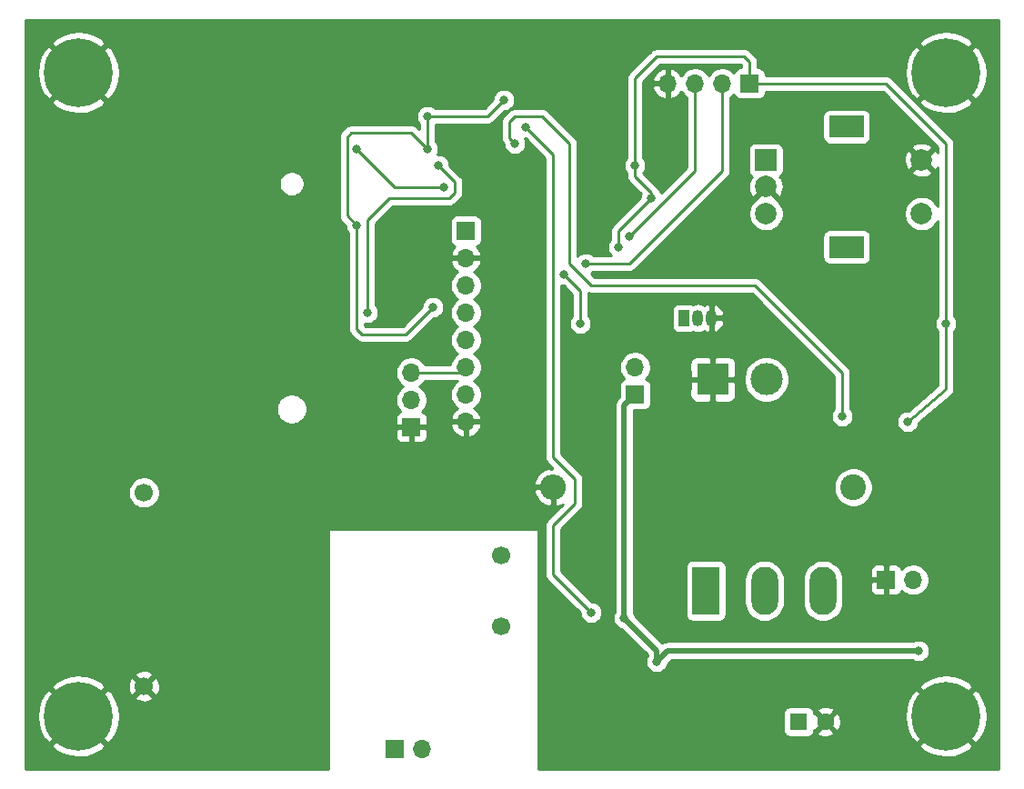
<source format=gbr>
%TF.GenerationSoftware,KiCad,Pcbnew,(5.1.10)-1*%
%TF.CreationDate,2021-08-06T22:34:04+03:00*%
%TF.ProjectId,electronic_load,656c6563-7472-46f6-9e69-635f6c6f6164,rev?*%
%TF.SameCoordinates,Original*%
%TF.FileFunction,Copper,L2,Bot*%
%TF.FilePolarity,Positive*%
%FSLAX46Y46*%
G04 Gerber Fmt 4.6, Leading zero omitted, Abs format (unit mm)*
G04 Created by KiCad (PCBNEW (5.1.10)-1) date 2021-08-06 22:34:04*
%MOMM*%
%LPD*%
G01*
G04 APERTURE LIST*
%TA.AperFunction,ComponentPad*%
%ADD10C,1.700000*%
%TD*%
%TA.AperFunction,ComponentPad*%
%ADD11C,1.600000*%
%TD*%
%TA.AperFunction,ComponentPad*%
%ADD12R,1.600000X1.600000*%
%TD*%
%TA.AperFunction,ComponentPad*%
%ADD13O,1.700000X1.700000*%
%TD*%
%TA.AperFunction,ComponentPad*%
%ADD14R,1.700000X1.700000*%
%TD*%
%TA.AperFunction,ComponentPad*%
%ADD15R,1.050000X1.500000*%
%TD*%
%TA.AperFunction,ComponentPad*%
%ADD16O,1.050000X1.500000*%
%TD*%
%TA.AperFunction,ComponentPad*%
%ADD17C,0.800000*%
%TD*%
%TA.AperFunction,ComponentPad*%
%ADD18C,6.400000*%
%TD*%
%TA.AperFunction,ComponentPad*%
%ADD19C,3.000000*%
%TD*%
%TA.AperFunction,ComponentPad*%
%ADD20R,3.000000X3.000000*%
%TD*%
%TA.AperFunction,ComponentPad*%
%ADD21R,2.000000X2.000000*%
%TD*%
%TA.AperFunction,ComponentPad*%
%ADD22C,2.000000*%
%TD*%
%TA.AperFunction,ComponentPad*%
%ADD23R,3.200000X2.000000*%
%TD*%
%TA.AperFunction,ComponentPad*%
%ADD24O,2.400000X2.400000*%
%TD*%
%TA.AperFunction,ComponentPad*%
%ADD25C,2.400000*%
%TD*%
%TA.AperFunction,ComponentPad*%
%ADD26O,2.500000X4.500000*%
%TD*%
%TA.AperFunction,ComponentPad*%
%ADD27R,2.500000X4.500000*%
%TD*%
%TA.AperFunction,ViaPad*%
%ADD28C,0.800000*%
%TD*%
%TA.AperFunction,Conductor*%
%ADD29C,0.500000*%
%TD*%
%TA.AperFunction,Conductor*%
%ADD30C,0.250000*%
%TD*%
%TA.AperFunction,Conductor*%
%ADD31C,0.254000*%
%TD*%
%TA.AperFunction,Conductor*%
%ADD32C,0.100000*%
%TD*%
G04 APERTURE END LIST*
D10*
%TO.P,PS1,3*%
%TO.N,GND*%
X77724000Y-140462000D03*
%TO.P,PS1,4*%
%TO.N,+12V*%
X77724000Y-122428000D03*
%TO.P,PS1,1*%
%TO.N,Net-(J6-Pad2)*%
X110998000Y-134874000D03*
%TO.P,PS1,2*%
%TO.N,Net-(J6-Pad1)*%
X110998000Y-128270000D03*
%TD*%
D11*
%TO.P,C17,2*%
%TO.N,GND*%
X141184000Y-143764000D03*
D12*
%TO.P,C17,1*%
%TO.N,+12V*%
X138684000Y-143764000D03*
%TD*%
D13*
%TO.P,J7,2*%
%TO.N,Net-(J7-Pad2)*%
X123444000Y-110744000D03*
D14*
%TO.P,J7,1*%
%TO.N,+12V*%
X123444000Y-113284000D03*
%TD*%
D15*
%TO.P,Q2,1*%
%TO.N,Net-(J7-Pad2)*%
X128016000Y-106172000D03*
D16*
%TO.P,Q2,3*%
%TO.N,GND*%
X130556000Y-106172000D03*
%TO.P,Q2,2*%
%TO.N,Net-(Q2-Pad2)*%
X129286000Y-106172000D03*
%TD*%
D13*
%TO.P,J6,2*%
%TO.N,Net-(J6-Pad2)*%
X103632000Y-146304000D03*
D14*
%TO.P,J6,1*%
%TO.N,Net-(J6-Pad1)*%
X101092000Y-146304000D03*
%TD*%
D17*
%TO.P,H2,1*%
%TO.N,GND*%
X154097056Y-81614944D03*
X152400000Y-80912000D03*
X150702944Y-81614944D03*
X150000000Y-83312000D03*
X150702944Y-85009056D03*
X152400000Y-85712000D03*
X154097056Y-85009056D03*
X154800000Y-83312000D03*
D18*
X152400000Y-83312000D03*
%TD*%
D13*
%TO.P,U3,8*%
%TO.N,GND*%
X107696000Y-115824000D03*
%TO.P,U3,7*%
%TO.N,Net-(J3-Pad2)*%
X107696000Y-113284000D03*
%TO.P,U3,6*%
%TO.N,+3V3*%
X107696000Y-110744000D03*
%TO.P,U3,5*%
%TO.N,CLK_DISPLAY*%
X107696000Y-108204000D03*
%TO.P,U3,4*%
%TO.N,DIN*%
X107696000Y-105664000D03*
%TO.P,U3,3*%
%TO.N,DC*%
X107696000Y-103124000D03*
%TO.P,U3,2*%
%TO.N,GND*%
X107696000Y-100584000D03*
D14*
%TO.P,U3,1*%
%TO.N,RST_DISPLAY*%
X107696000Y-98044000D03*
%TD*%
D19*
%TO.P,J2,2*%
%TO.N,V_in*%
X135683000Y-111887000D03*
D20*
%TO.P,J2,1*%
%TO.N,GND*%
X130683000Y-111887000D03*
%TD*%
D21*
%TO.P,SW1,A*%
%TO.N,ENC_1*%
X135636000Y-91440000D03*
D22*
%TO.P,SW1,C*%
%TO.N,GND*%
X135636000Y-93940000D03*
%TO.P,SW1,B*%
%TO.N,ENC_2*%
X135636000Y-96440000D03*
D23*
%TO.P,SW1,MP*%
%TO.N,N/C*%
X143136000Y-88340000D03*
X143136000Y-99540000D03*
D22*
%TO.P,SW1,S2*%
%TO.N,GND*%
X150136000Y-91440000D03*
%TO.P,SW1,S1*%
%TO.N,ENC_Button*%
X150136000Y-96440000D03*
%TD*%
D24*
%TO.P,R3,2*%
%TO.N,GND*%
X115824000Y-121920000D03*
D25*
%TO.P,R3,1*%
%TO.N,Net-(Q1-Pad3)*%
X143764000Y-121920000D03*
%TD*%
D26*
%TO.P,Q1,3*%
%TO.N,Net-(Q1-Pad3)*%
X140948000Y-131572000D03*
%TO.P,Q1,2*%
%TO.N,V_in*%
X135498000Y-131572000D03*
D27*
%TO.P,Q1,1*%
%TO.N,Net-(Q1-Pad1)*%
X130048000Y-131572000D03*
%TD*%
D13*
%TO.P,J5,4*%
%TO.N,GND*%
X126492000Y-84328000D03*
%TO.P,J5,3*%
%TO.N,SWCLK*%
X129032000Y-84328000D03*
%TO.P,J5,2*%
%TO.N,SWDIO*%
X131572000Y-84328000D03*
D14*
%TO.P,J5,1*%
%TO.N,+3V3*%
X134112000Y-84328000D03*
%TD*%
D13*
%TO.P,J3,3*%
%TO.N,+3V3*%
X102616000Y-111252000D03*
%TO.P,J3,2*%
%TO.N,Net-(J3-Pad2)*%
X102616000Y-113792000D03*
D14*
%TO.P,J3,1*%
%TO.N,GND*%
X102616000Y-116332000D03*
%TD*%
D13*
%TO.P,J1,2*%
%TO.N,+12V*%
X149352000Y-130556000D03*
D14*
%TO.P,J1,1*%
%TO.N,GND*%
X146812000Y-130556000D03*
%TD*%
D17*
%TO.P,H4,1*%
%TO.N,GND*%
X73325056Y-141558944D03*
X71628000Y-140856000D03*
X69930944Y-141558944D03*
X69228000Y-143256000D03*
X69930944Y-144953056D03*
X71628000Y-145656000D03*
X73325056Y-144953056D03*
X74028000Y-143256000D03*
D18*
X71628000Y-143256000D03*
%TD*%
D17*
%TO.P,H3,1*%
%TO.N,GND*%
X73325056Y-81614944D03*
X71628000Y-80912000D03*
X69930944Y-81614944D03*
X69228000Y-83312000D03*
X69930944Y-85009056D03*
X71628000Y-85712000D03*
X73325056Y-85009056D03*
X74028000Y-83312000D03*
D18*
X71628000Y-83312000D03*
%TD*%
D17*
%TO.P,H1,1*%
%TO.N,GND*%
X154097056Y-141558944D03*
X152400000Y-140856000D03*
X150702944Y-141558944D03*
X150000000Y-143256000D03*
X150702944Y-144953056D03*
X152400000Y-145656000D03*
X154097056Y-144953056D03*
X154800000Y-143256000D03*
D18*
X152400000Y-143256000D03*
%TD*%
D28*
%TO.N,+12V*%
X149860000Y-137160000D03*
X122428000Y-134112000D03*
X125476000Y-138176000D03*
%TO.N,GND*%
X117856000Y-144272000D03*
X104140000Y-84328000D03*
X112268000Y-99568000D03*
X132588000Y-94996000D03*
X109728000Y-85344000D03*
X92456000Y-99568000D03*
X92456000Y-89408000D03*
X92456000Y-107188000D03*
X105156000Y-96520008D03*
X144780000Y-134620000D03*
X96520000Y-116332000D03*
X71119998Y-120904000D03*
X128524000Y-101600000D03*
X135128000Y-139192000D03*
X123444000Y-138176000D03*
%TO.N,+3V3*%
X124968000Y-94996000D03*
X104140000Y-90424000D03*
X104140000Y-87376000D03*
X104648000Y-105156000D03*
X121920000Y-99568000D03*
X97536002Y-97535998D03*
X152400000Y-106680000D03*
X148844000Y-115824000D03*
X123444000Y-91948000D03*
X111252000Y-85852000D03*
%TO.N,SD_MISO*%
X97536000Y-90424000D03*
X105664000Y-93980000D03*
%TO.N,SD_CS*%
X98552000Y-105664000D03*
X105156000Y-91948000D03*
%TO.N,LDAC*%
X118364000Y-106680000D03*
X116840000Y-102108000D03*
%TO.N,ADC_U*%
X142748000Y-115316000D03*
X112268000Y-89916000D03*
%TO.N,ADC_I*%
X119380000Y-133604000D03*
X113279340Y-88387340D03*
%TO.N,SWCLK*%
X122936000Y-98552000D03*
%TO.N,SWDIO*%
X118876660Y-101087340D03*
%TD*%
D29*
%TO.N,+12V*%
X126492000Y-137160000D02*
X125476000Y-138176000D01*
X149860000Y-137160000D02*
X126492000Y-137160000D01*
X125476000Y-137160000D02*
X125476000Y-138176000D01*
X122428000Y-134112000D02*
X125476000Y-137160000D01*
X122428000Y-114300000D02*
X123444000Y-113284000D01*
X122428000Y-134112000D02*
X122428000Y-114300000D01*
D30*
%TO.N,+3V3*%
X134112000Y-84328000D02*
X134112000Y-82296000D01*
X134112000Y-82296000D02*
X133604000Y-81788000D01*
X133604000Y-81788000D02*
X125476000Y-81788000D01*
X125476000Y-81788000D02*
X123444000Y-83820000D01*
X123444000Y-83820000D02*
X123444000Y-91948000D01*
X124968000Y-94488000D02*
X124968000Y-94996000D01*
X123444000Y-92964000D02*
X124968000Y-94488000D01*
X104140000Y-87376000D02*
X104140000Y-90424000D01*
X121920000Y-98044000D02*
X124968000Y-94996000D01*
X121920000Y-99568000D02*
X121920000Y-98044000D01*
X97028000Y-88900000D02*
X96628009Y-89299991D01*
X97536002Y-107188002D02*
X97536002Y-97535998D01*
X104140000Y-90424000D02*
X102616000Y-88900000D01*
X96628009Y-96628005D02*
X97536002Y-97535998D01*
X102616000Y-88900000D02*
X97028000Y-88900000D01*
X96628009Y-89299991D02*
X96628009Y-96628005D01*
X98044000Y-107696000D02*
X97536002Y-107188002D01*
X104648000Y-105156000D02*
X102108000Y-107696000D01*
X102108000Y-107696000D02*
X98044000Y-107696000D01*
X152400000Y-89916000D02*
X152400000Y-106680000D01*
X146812000Y-84328000D02*
X152400000Y-89916000D01*
X134112000Y-84328000D02*
X146812000Y-84328000D01*
X152400000Y-112776000D02*
X152400000Y-106680000D01*
X148844000Y-115824000D02*
X152400000Y-112776000D01*
X107188000Y-111252000D02*
X107696000Y-110744000D01*
X102616000Y-111252000D02*
X107188000Y-111252000D01*
X123444000Y-91948000D02*
X123444000Y-92964000D01*
X109728000Y-87376000D02*
X111252000Y-85852000D01*
X104140000Y-87376000D02*
X109728000Y-87376000D01*
%TO.N,SD_MISO*%
X97536000Y-90424000D02*
X101092000Y-93980000D01*
X101092000Y-93980000D02*
X105664000Y-93980000D01*
%TO.N,SD_CS*%
X105156000Y-91980000D02*
X105156000Y-91948000D01*
X106680000Y-93504000D02*
X105156000Y-91980000D01*
X106680000Y-94488000D02*
X106680000Y-93504000D01*
X106172000Y-94996000D02*
X106680000Y-94488000D01*
X100584000Y-94996000D02*
X106172000Y-94996000D01*
X98552000Y-97028000D02*
X100584000Y-94996000D01*
X98552000Y-105664000D02*
X98552000Y-97028000D01*
%TO.N,LDAC*%
X118364000Y-106680000D02*
X118364000Y-103632000D01*
X118364000Y-103632000D02*
X116840000Y-102108000D01*
%TO.N,ADC_U*%
X111760000Y-87884000D02*
X111760000Y-89408000D01*
X112268000Y-87376000D02*
X111760000Y-87884000D01*
X117348000Y-101092000D02*
X117348000Y-89916000D01*
X114808000Y-87376000D02*
X112268000Y-87376000D01*
X119380000Y-103124000D02*
X117348000Y-101092000D01*
X111760000Y-89408000D02*
X112268000Y-89916000D01*
X117348000Y-89916000D02*
X114808000Y-87376000D01*
X134620000Y-103124000D02*
X119380000Y-103124000D01*
X142748000Y-111252000D02*
X134620000Y-103124000D01*
X142748000Y-115316000D02*
X142748000Y-111252000D01*
%TO.N,ADC_I*%
X115824000Y-90932000D02*
X113279340Y-88387340D01*
X117856000Y-121158000D02*
X115824000Y-119126000D01*
X117856000Y-123444000D02*
X117856000Y-121158000D01*
X115824000Y-125476000D02*
X117856000Y-123444000D01*
X115824000Y-119126000D02*
X115824000Y-90932000D01*
X115824000Y-130048000D02*
X115824000Y-125476000D01*
X119380000Y-133604000D02*
X115824000Y-130048000D01*
%TO.N,SWCLK*%
X129032000Y-92456000D02*
X129032000Y-84328000D01*
X122936000Y-98552000D02*
X129032000Y-92456000D01*
%TO.N,SWDIO*%
X122940660Y-101087340D02*
X118876660Y-101087340D01*
X131572000Y-92456000D02*
X122940660Y-101087340D01*
X131572000Y-84328000D02*
X131572000Y-92456000D01*
%TD*%
D31*
%TO.N,GND*%
X157303001Y-148159000D02*
X114427000Y-148159000D01*
X114427000Y-145956881D01*
X149878724Y-145956881D01*
X150238912Y-146446548D01*
X150902882Y-146806849D01*
X151624385Y-147030694D01*
X152375695Y-147109480D01*
X153127938Y-147040178D01*
X153852208Y-146825452D01*
X154520670Y-146473555D01*
X154561088Y-146446548D01*
X154921276Y-145956881D01*
X152400000Y-143435605D01*
X149878724Y-145956881D01*
X114427000Y-145956881D01*
X114427000Y-142964000D01*
X137245928Y-142964000D01*
X137245928Y-144564000D01*
X137258188Y-144688482D01*
X137294498Y-144808180D01*
X137353463Y-144918494D01*
X137432815Y-145015185D01*
X137529506Y-145094537D01*
X137639820Y-145153502D01*
X137759518Y-145189812D01*
X137884000Y-145202072D01*
X139484000Y-145202072D01*
X139608482Y-145189812D01*
X139728180Y-145153502D01*
X139838494Y-145094537D01*
X139935185Y-145015185D01*
X140014537Y-144918494D01*
X140073502Y-144808180D01*
X140089117Y-144756702D01*
X140370903Y-144756702D01*
X140442486Y-145000671D01*
X140697996Y-145121571D01*
X140972184Y-145190300D01*
X141254512Y-145204217D01*
X141534130Y-145162787D01*
X141800292Y-145067603D01*
X141925514Y-145000671D01*
X141997097Y-144756702D01*
X141184000Y-143943605D01*
X140370903Y-144756702D01*
X140089117Y-144756702D01*
X140109812Y-144688482D01*
X140122072Y-144564000D01*
X140122072Y-144556785D01*
X140191298Y-144577097D01*
X141004395Y-143764000D01*
X141363605Y-143764000D01*
X142176702Y-144577097D01*
X142420671Y-144505514D01*
X142541571Y-144250004D01*
X142610300Y-143975816D01*
X142624217Y-143693488D01*
X142582787Y-143413870D01*
X142517639Y-143231695D01*
X148546520Y-143231695D01*
X148615822Y-143983938D01*
X148830548Y-144708208D01*
X149182445Y-145376670D01*
X149209452Y-145417088D01*
X149699119Y-145777276D01*
X152220395Y-143256000D01*
X152579605Y-143256000D01*
X155100881Y-145777276D01*
X155590548Y-145417088D01*
X155950849Y-144753118D01*
X156174694Y-144031615D01*
X156253480Y-143280305D01*
X156184178Y-142528062D01*
X155969452Y-141803792D01*
X155617555Y-141135330D01*
X155590548Y-141094912D01*
X155100881Y-140734724D01*
X152579605Y-143256000D01*
X152220395Y-143256000D01*
X149699119Y-140734724D01*
X149209452Y-141094912D01*
X148849151Y-141758882D01*
X148625306Y-142480385D01*
X148546520Y-143231695D01*
X142517639Y-143231695D01*
X142487603Y-143147708D01*
X142420671Y-143022486D01*
X142176702Y-142950903D01*
X141363605Y-143764000D01*
X141004395Y-143764000D01*
X140191298Y-142950903D01*
X140122072Y-142971215D01*
X140122072Y-142964000D01*
X140109812Y-142839518D01*
X140089118Y-142771298D01*
X140370903Y-142771298D01*
X141184000Y-143584395D01*
X141997097Y-142771298D01*
X141925514Y-142527329D01*
X141670004Y-142406429D01*
X141395816Y-142337700D01*
X141113488Y-142323783D01*
X140833870Y-142365213D01*
X140567708Y-142460397D01*
X140442486Y-142527329D01*
X140370903Y-142771298D01*
X140089118Y-142771298D01*
X140073502Y-142719820D01*
X140014537Y-142609506D01*
X139935185Y-142512815D01*
X139838494Y-142433463D01*
X139728180Y-142374498D01*
X139608482Y-142338188D01*
X139484000Y-142325928D01*
X137884000Y-142325928D01*
X137759518Y-142338188D01*
X137639820Y-142374498D01*
X137529506Y-142433463D01*
X137432815Y-142512815D01*
X137353463Y-142609506D01*
X137294498Y-142719820D01*
X137258188Y-142839518D01*
X137245928Y-142964000D01*
X114427000Y-142964000D01*
X114427000Y-140555119D01*
X149878724Y-140555119D01*
X152400000Y-143076395D01*
X154921276Y-140555119D01*
X154561088Y-140065452D01*
X153897118Y-139705151D01*
X153175615Y-139481306D01*
X152424305Y-139402520D01*
X151672062Y-139471822D01*
X150947792Y-139686548D01*
X150279330Y-140038445D01*
X150238912Y-140065452D01*
X149878724Y-140555119D01*
X114427000Y-140555119D01*
X114427000Y-125984000D01*
X114424560Y-125959224D01*
X114417333Y-125935399D01*
X114405597Y-125913443D01*
X114389803Y-125894197D01*
X114370557Y-125878403D01*
X114348601Y-125866667D01*
X114324776Y-125859440D01*
X114300000Y-125857000D01*
X94996000Y-125857000D01*
X94971224Y-125859440D01*
X94947399Y-125866667D01*
X94925443Y-125878403D01*
X94906197Y-125894197D01*
X94890403Y-125913443D01*
X94878667Y-125935399D01*
X94871440Y-125959224D01*
X94869000Y-125984000D01*
X94869000Y-148159000D01*
X66725000Y-148159000D01*
X66725000Y-145956881D01*
X69106724Y-145956881D01*
X69466912Y-146446548D01*
X70130882Y-146806849D01*
X70852385Y-147030694D01*
X71603695Y-147109480D01*
X72355938Y-147040178D01*
X73080208Y-146825452D01*
X73748670Y-146473555D01*
X73789088Y-146446548D01*
X74149276Y-145956881D01*
X71628000Y-143435605D01*
X69106724Y-145956881D01*
X66725000Y-145956881D01*
X66725000Y-143231695D01*
X67774520Y-143231695D01*
X67843822Y-143983938D01*
X68058548Y-144708208D01*
X68410445Y-145376670D01*
X68437452Y-145417088D01*
X68927119Y-145777276D01*
X71448395Y-143256000D01*
X71807605Y-143256000D01*
X74328881Y-145777276D01*
X74818548Y-145417088D01*
X75178849Y-144753118D01*
X75402694Y-144031615D01*
X75481480Y-143280305D01*
X75412178Y-142528062D01*
X75197452Y-141803792D01*
X75032473Y-141490397D01*
X76875208Y-141490397D01*
X76952843Y-141739472D01*
X77216883Y-141865371D01*
X77500411Y-141937339D01*
X77792531Y-141952611D01*
X78082019Y-141910599D01*
X78357747Y-141812919D01*
X78495157Y-141739472D01*
X78572792Y-141490397D01*
X77724000Y-140641605D01*
X76875208Y-141490397D01*
X75032473Y-141490397D01*
X74845555Y-141135330D01*
X74818548Y-141094912D01*
X74328881Y-140734724D01*
X71807605Y-143256000D01*
X71448395Y-143256000D01*
X68927119Y-140734724D01*
X68437452Y-141094912D01*
X68077151Y-141758882D01*
X67853306Y-142480385D01*
X67774520Y-143231695D01*
X66725000Y-143231695D01*
X66725000Y-140555119D01*
X69106724Y-140555119D01*
X71628000Y-143076395D01*
X74149276Y-140555119D01*
X74131190Y-140530531D01*
X76233389Y-140530531D01*
X76275401Y-140820019D01*
X76373081Y-141095747D01*
X76446528Y-141233157D01*
X76695603Y-141310792D01*
X77544395Y-140462000D01*
X77903605Y-140462000D01*
X78752397Y-141310792D01*
X79001472Y-141233157D01*
X79127371Y-140969117D01*
X79199339Y-140685589D01*
X79214611Y-140393469D01*
X79172599Y-140103981D01*
X79074919Y-139828253D01*
X79001472Y-139690843D01*
X78752397Y-139613208D01*
X77903605Y-140462000D01*
X77544395Y-140462000D01*
X76695603Y-139613208D01*
X76446528Y-139690843D01*
X76320629Y-139954883D01*
X76248661Y-140238411D01*
X76233389Y-140530531D01*
X74131190Y-140530531D01*
X73789088Y-140065452D01*
X73125118Y-139705151D01*
X72403615Y-139481306D01*
X71948716Y-139433603D01*
X76875208Y-139433603D01*
X77724000Y-140282395D01*
X78572792Y-139433603D01*
X78495157Y-139184528D01*
X78231117Y-139058629D01*
X77947589Y-138986661D01*
X77655469Y-138971389D01*
X77365981Y-139013401D01*
X77090253Y-139111081D01*
X76952843Y-139184528D01*
X76875208Y-139433603D01*
X71948716Y-139433603D01*
X71652305Y-139402520D01*
X70900062Y-139471822D01*
X70175792Y-139686548D01*
X69507330Y-140038445D01*
X69466912Y-140065452D01*
X69106724Y-140555119D01*
X66725000Y-140555119D01*
X66725000Y-122281740D01*
X76239000Y-122281740D01*
X76239000Y-122574260D01*
X76296068Y-122861158D01*
X76408010Y-123131411D01*
X76570525Y-123374632D01*
X76777368Y-123581475D01*
X77020589Y-123743990D01*
X77290842Y-123855932D01*
X77577740Y-123913000D01*
X77870260Y-123913000D01*
X78157158Y-123855932D01*
X78427411Y-123743990D01*
X78670632Y-123581475D01*
X78877475Y-123374632D01*
X79039990Y-123131411D01*
X79151932Y-122861158D01*
X79209000Y-122574260D01*
X79209000Y-122331805D01*
X114035805Y-122331805D01*
X114108379Y-122571066D01*
X114268361Y-122893257D01*
X114488125Y-123178046D01*
X114759226Y-123414489D01*
X115071246Y-123593500D01*
X115412194Y-123708199D01*
X115697000Y-123591854D01*
X115697000Y-122047000D01*
X114152568Y-122047000D01*
X114035805Y-122331805D01*
X79209000Y-122331805D01*
X79209000Y-122281740D01*
X79151932Y-121994842D01*
X79039990Y-121724589D01*
X78877475Y-121481368D01*
X78670632Y-121274525D01*
X78427411Y-121112010D01*
X78157158Y-121000068D01*
X77870260Y-120943000D01*
X77577740Y-120943000D01*
X77290842Y-121000068D01*
X77020589Y-121112010D01*
X76777368Y-121274525D01*
X76570525Y-121481368D01*
X76408010Y-121724589D01*
X76296068Y-121994842D01*
X76239000Y-122281740D01*
X66725000Y-122281740D01*
X66725000Y-117182000D01*
X101127928Y-117182000D01*
X101140188Y-117306482D01*
X101176498Y-117426180D01*
X101235463Y-117536494D01*
X101314815Y-117633185D01*
X101411506Y-117712537D01*
X101521820Y-117771502D01*
X101641518Y-117807812D01*
X101766000Y-117820072D01*
X102330250Y-117817000D01*
X102489000Y-117658250D01*
X102489000Y-116459000D01*
X102743000Y-116459000D01*
X102743000Y-117658250D01*
X102901750Y-117817000D01*
X103466000Y-117820072D01*
X103590482Y-117807812D01*
X103710180Y-117771502D01*
X103820494Y-117712537D01*
X103917185Y-117633185D01*
X103996537Y-117536494D01*
X104055502Y-117426180D01*
X104091812Y-117306482D01*
X104104072Y-117182000D01*
X104101000Y-116617750D01*
X103942250Y-116459000D01*
X102743000Y-116459000D01*
X102489000Y-116459000D01*
X101289750Y-116459000D01*
X101131000Y-116617750D01*
X101127928Y-117182000D01*
X66725000Y-117182000D01*
X66725000Y-114514665D01*
X90036000Y-114514665D01*
X90036000Y-114797335D01*
X90091147Y-115074574D01*
X90199320Y-115335727D01*
X90356363Y-115570759D01*
X90556241Y-115770637D01*
X90791273Y-115927680D01*
X91052426Y-116035853D01*
X91329665Y-116091000D01*
X91612335Y-116091000D01*
X91889574Y-116035853D01*
X92150727Y-115927680D01*
X92385759Y-115770637D01*
X92585637Y-115570759D01*
X92644943Y-115482000D01*
X101127928Y-115482000D01*
X101131000Y-116046250D01*
X101289750Y-116205000D01*
X102489000Y-116205000D01*
X102489000Y-116185000D01*
X102743000Y-116185000D01*
X102743000Y-116205000D01*
X103942250Y-116205000D01*
X103966360Y-116180890D01*
X106254524Y-116180890D01*
X106299175Y-116328099D01*
X106424359Y-116590920D01*
X106598412Y-116824269D01*
X106814645Y-117019178D01*
X107064748Y-117168157D01*
X107339109Y-117265481D01*
X107569000Y-117144814D01*
X107569000Y-115951000D01*
X107823000Y-115951000D01*
X107823000Y-117144814D01*
X108052891Y-117265481D01*
X108327252Y-117168157D01*
X108577355Y-117019178D01*
X108793588Y-116824269D01*
X108967641Y-116590920D01*
X109092825Y-116328099D01*
X109137476Y-116180890D01*
X109016155Y-115951000D01*
X107823000Y-115951000D01*
X107569000Y-115951000D01*
X106375845Y-115951000D01*
X106254524Y-116180890D01*
X103966360Y-116180890D01*
X104101000Y-116046250D01*
X104104072Y-115482000D01*
X104091812Y-115357518D01*
X104055502Y-115237820D01*
X103996537Y-115127506D01*
X103917185Y-115030815D01*
X103820494Y-114951463D01*
X103710180Y-114892498D01*
X103637620Y-114870487D01*
X103769475Y-114738632D01*
X103931990Y-114495411D01*
X104043932Y-114225158D01*
X104101000Y-113938260D01*
X104101000Y-113645740D01*
X104043932Y-113358842D01*
X103931990Y-113088589D01*
X103769475Y-112845368D01*
X103562632Y-112638525D01*
X103388240Y-112522000D01*
X103562632Y-112405475D01*
X103769475Y-112198632D01*
X103894178Y-112012000D01*
X106920767Y-112012000D01*
X106923760Y-112014000D01*
X106749368Y-112130525D01*
X106542525Y-112337368D01*
X106380010Y-112580589D01*
X106268068Y-112850842D01*
X106211000Y-113137740D01*
X106211000Y-113430260D01*
X106268068Y-113717158D01*
X106380010Y-113987411D01*
X106542525Y-114230632D01*
X106749368Y-114437475D01*
X106931534Y-114559195D01*
X106814645Y-114628822D01*
X106598412Y-114823731D01*
X106424359Y-115057080D01*
X106299175Y-115319901D01*
X106254524Y-115467110D01*
X106375845Y-115697000D01*
X107569000Y-115697000D01*
X107569000Y-115677000D01*
X107823000Y-115677000D01*
X107823000Y-115697000D01*
X109016155Y-115697000D01*
X109137476Y-115467110D01*
X109092825Y-115319901D01*
X108967641Y-115057080D01*
X108793588Y-114823731D01*
X108577355Y-114628822D01*
X108460466Y-114559195D01*
X108642632Y-114437475D01*
X108849475Y-114230632D01*
X109011990Y-113987411D01*
X109123932Y-113717158D01*
X109181000Y-113430260D01*
X109181000Y-113137740D01*
X109123932Y-112850842D01*
X109011990Y-112580589D01*
X108849475Y-112337368D01*
X108642632Y-112130525D01*
X108468240Y-112014000D01*
X108642632Y-111897475D01*
X108849475Y-111690632D01*
X109011990Y-111447411D01*
X109123932Y-111177158D01*
X109181000Y-110890260D01*
X109181000Y-110597740D01*
X109123932Y-110310842D01*
X109011990Y-110040589D01*
X108849475Y-109797368D01*
X108642632Y-109590525D01*
X108468240Y-109474000D01*
X108642632Y-109357475D01*
X108849475Y-109150632D01*
X109011990Y-108907411D01*
X109123932Y-108637158D01*
X109181000Y-108350260D01*
X109181000Y-108057740D01*
X109123932Y-107770842D01*
X109011990Y-107500589D01*
X108849475Y-107257368D01*
X108642632Y-107050525D01*
X108468240Y-106934000D01*
X108642632Y-106817475D01*
X108849475Y-106610632D01*
X109011990Y-106367411D01*
X109123932Y-106097158D01*
X109181000Y-105810260D01*
X109181000Y-105517740D01*
X109123932Y-105230842D01*
X109011990Y-104960589D01*
X108849475Y-104717368D01*
X108642632Y-104510525D01*
X108468240Y-104394000D01*
X108642632Y-104277475D01*
X108849475Y-104070632D01*
X109011990Y-103827411D01*
X109123932Y-103557158D01*
X109181000Y-103270260D01*
X109181000Y-102977740D01*
X109123932Y-102690842D01*
X109011990Y-102420589D01*
X108849475Y-102177368D01*
X108642632Y-101970525D01*
X108460466Y-101848805D01*
X108577355Y-101779178D01*
X108793588Y-101584269D01*
X108967641Y-101350920D01*
X109092825Y-101088099D01*
X109137476Y-100940890D01*
X109016155Y-100711000D01*
X107823000Y-100711000D01*
X107823000Y-100731000D01*
X107569000Y-100731000D01*
X107569000Y-100711000D01*
X106375845Y-100711000D01*
X106254524Y-100940890D01*
X106299175Y-101088099D01*
X106424359Y-101350920D01*
X106598412Y-101584269D01*
X106814645Y-101779178D01*
X106931534Y-101848805D01*
X106749368Y-101970525D01*
X106542525Y-102177368D01*
X106380010Y-102420589D01*
X106268068Y-102690842D01*
X106211000Y-102977740D01*
X106211000Y-103270260D01*
X106268068Y-103557158D01*
X106380010Y-103827411D01*
X106542525Y-104070632D01*
X106749368Y-104277475D01*
X106923760Y-104394000D01*
X106749368Y-104510525D01*
X106542525Y-104717368D01*
X106380010Y-104960589D01*
X106268068Y-105230842D01*
X106211000Y-105517740D01*
X106211000Y-105810260D01*
X106268068Y-106097158D01*
X106380010Y-106367411D01*
X106542525Y-106610632D01*
X106749368Y-106817475D01*
X106923760Y-106934000D01*
X106749368Y-107050525D01*
X106542525Y-107257368D01*
X106380010Y-107500589D01*
X106268068Y-107770842D01*
X106211000Y-108057740D01*
X106211000Y-108350260D01*
X106268068Y-108637158D01*
X106380010Y-108907411D01*
X106542525Y-109150632D01*
X106749368Y-109357475D01*
X106923760Y-109474000D01*
X106749368Y-109590525D01*
X106542525Y-109797368D01*
X106380010Y-110040589D01*
X106268068Y-110310842D01*
X106232033Y-110492000D01*
X103894178Y-110492000D01*
X103769475Y-110305368D01*
X103562632Y-110098525D01*
X103319411Y-109936010D01*
X103049158Y-109824068D01*
X102762260Y-109767000D01*
X102469740Y-109767000D01*
X102182842Y-109824068D01*
X101912589Y-109936010D01*
X101669368Y-110098525D01*
X101462525Y-110305368D01*
X101300010Y-110548589D01*
X101188068Y-110818842D01*
X101131000Y-111105740D01*
X101131000Y-111398260D01*
X101188068Y-111685158D01*
X101300010Y-111955411D01*
X101462525Y-112198632D01*
X101669368Y-112405475D01*
X101843760Y-112522000D01*
X101669368Y-112638525D01*
X101462525Y-112845368D01*
X101300010Y-113088589D01*
X101188068Y-113358842D01*
X101131000Y-113645740D01*
X101131000Y-113938260D01*
X101188068Y-114225158D01*
X101300010Y-114495411D01*
X101462525Y-114738632D01*
X101594380Y-114870487D01*
X101521820Y-114892498D01*
X101411506Y-114951463D01*
X101314815Y-115030815D01*
X101235463Y-115127506D01*
X101176498Y-115237820D01*
X101140188Y-115357518D01*
X101127928Y-115482000D01*
X92644943Y-115482000D01*
X92742680Y-115335727D01*
X92850853Y-115074574D01*
X92906000Y-114797335D01*
X92906000Y-114514665D01*
X92850853Y-114237426D01*
X92742680Y-113976273D01*
X92585637Y-113741241D01*
X92385759Y-113541363D01*
X92150727Y-113384320D01*
X91889574Y-113276147D01*
X91612335Y-113221000D01*
X91329665Y-113221000D01*
X91052426Y-113276147D01*
X90791273Y-113384320D01*
X90556241Y-113541363D01*
X90356363Y-113741241D01*
X90199320Y-113976273D01*
X90091147Y-114237426D01*
X90036000Y-114514665D01*
X66725000Y-114514665D01*
X66725000Y-93539288D01*
X90286000Y-93539288D01*
X90286000Y-93772712D01*
X90331539Y-94001652D01*
X90420866Y-94217308D01*
X90550550Y-94411394D01*
X90715606Y-94576450D01*
X90909692Y-94706134D01*
X91125348Y-94795461D01*
X91354288Y-94841000D01*
X91587712Y-94841000D01*
X91816652Y-94795461D01*
X92032308Y-94706134D01*
X92226394Y-94576450D01*
X92391450Y-94411394D01*
X92521134Y-94217308D01*
X92610461Y-94001652D01*
X92656000Y-93772712D01*
X92656000Y-93539288D01*
X92610461Y-93310348D01*
X92521134Y-93094692D01*
X92391450Y-92900606D01*
X92226394Y-92735550D01*
X92032308Y-92605866D01*
X91816652Y-92516539D01*
X91587712Y-92471000D01*
X91354288Y-92471000D01*
X91125348Y-92516539D01*
X90909692Y-92605866D01*
X90715606Y-92735550D01*
X90550550Y-92900606D01*
X90420866Y-93094692D01*
X90331539Y-93310348D01*
X90286000Y-93539288D01*
X66725000Y-93539288D01*
X66725000Y-89299991D01*
X95864333Y-89299991D01*
X95868009Y-89337313D01*
X95868010Y-96590673D01*
X95864333Y-96628005D01*
X95868010Y-96665338D01*
X95874946Y-96735754D01*
X95879007Y-96776990D01*
X95922463Y-96920251D01*
X95993035Y-97052281D01*
X96041817Y-97111721D01*
X96088009Y-97168006D01*
X96117007Y-97191804D01*
X96501002Y-97575799D01*
X96501002Y-97637937D01*
X96540776Y-97837896D01*
X96618797Y-98026254D01*
X96732065Y-98195772D01*
X96776003Y-98239710D01*
X96776002Y-107150680D01*
X96772326Y-107188002D01*
X96776002Y-107225324D01*
X96776002Y-107225334D01*
X96786999Y-107336987D01*
X96822050Y-107452537D01*
X96830456Y-107480248D01*
X96901028Y-107612278D01*
X96940873Y-107660828D01*
X96996001Y-107728003D01*
X97025005Y-107751806D01*
X97480196Y-108206997D01*
X97503999Y-108236001D01*
X97619724Y-108330974D01*
X97751753Y-108401546D01*
X97895014Y-108445003D01*
X98006667Y-108456000D01*
X98006675Y-108456000D01*
X98044000Y-108459676D01*
X98081325Y-108456000D01*
X102070678Y-108456000D01*
X102108000Y-108459676D01*
X102145322Y-108456000D01*
X102145333Y-108456000D01*
X102256986Y-108445003D01*
X102400247Y-108401546D01*
X102532276Y-108330974D01*
X102648001Y-108236001D01*
X102671804Y-108206997D01*
X104687803Y-106191000D01*
X104749939Y-106191000D01*
X104949898Y-106151226D01*
X105138256Y-106073205D01*
X105307774Y-105959937D01*
X105451937Y-105815774D01*
X105565205Y-105646256D01*
X105643226Y-105457898D01*
X105683000Y-105257939D01*
X105683000Y-105054061D01*
X105643226Y-104854102D01*
X105565205Y-104665744D01*
X105451937Y-104496226D01*
X105307774Y-104352063D01*
X105138256Y-104238795D01*
X104949898Y-104160774D01*
X104749939Y-104121000D01*
X104546061Y-104121000D01*
X104346102Y-104160774D01*
X104157744Y-104238795D01*
X103988226Y-104352063D01*
X103844063Y-104496226D01*
X103730795Y-104665744D01*
X103652774Y-104854102D01*
X103613000Y-105054061D01*
X103613000Y-105116197D01*
X101793199Y-106936000D01*
X98358801Y-106936000D01*
X98296002Y-106873201D01*
X98296002Y-106668356D01*
X98450061Y-106699000D01*
X98653939Y-106699000D01*
X98853898Y-106659226D01*
X99042256Y-106581205D01*
X99211774Y-106467937D01*
X99355937Y-106323774D01*
X99469205Y-106154256D01*
X99547226Y-105965898D01*
X99587000Y-105765939D01*
X99587000Y-105562061D01*
X99547226Y-105362102D01*
X99469205Y-105173744D01*
X99355937Y-105004226D01*
X99312000Y-104960289D01*
X99312000Y-97342801D01*
X99460801Y-97194000D01*
X106207928Y-97194000D01*
X106207928Y-98894000D01*
X106220188Y-99018482D01*
X106256498Y-99138180D01*
X106315463Y-99248494D01*
X106394815Y-99345185D01*
X106491506Y-99424537D01*
X106601820Y-99483502D01*
X106682466Y-99507966D01*
X106598412Y-99583731D01*
X106424359Y-99817080D01*
X106299175Y-100079901D01*
X106254524Y-100227110D01*
X106375845Y-100457000D01*
X107569000Y-100457000D01*
X107569000Y-100437000D01*
X107823000Y-100437000D01*
X107823000Y-100457000D01*
X109016155Y-100457000D01*
X109137476Y-100227110D01*
X109092825Y-100079901D01*
X108967641Y-99817080D01*
X108793588Y-99583731D01*
X108709534Y-99507966D01*
X108790180Y-99483502D01*
X108900494Y-99424537D01*
X108997185Y-99345185D01*
X109076537Y-99248494D01*
X109135502Y-99138180D01*
X109171812Y-99018482D01*
X109184072Y-98894000D01*
X109184072Y-97194000D01*
X109171812Y-97069518D01*
X109135502Y-96949820D01*
X109076537Y-96839506D01*
X108997185Y-96742815D01*
X108900494Y-96663463D01*
X108790180Y-96604498D01*
X108670482Y-96568188D01*
X108546000Y-96555928D01*
X106846000Y-96555928D01*
X106721518Y-96568188D01*
X106601820Y-96604498D01*
X106491506Y-96663463D01*
X106394815Y-96742815D01*
X106315463Y-96839506D01*
X106256498Y-96949820D01*
X106220188Y-97069518D01*
X106207928Y-97194000D01*
X99460801Y-97194000D01*
X100898802Y-95756000D01*
X106134678Y-95756000D01*
X106172000Y-95759676D01*
X106209322Y-95756000D01*
X106209333Y-95756000D01*
X106320986Y-95745003D01*
X106464247Y-95701546D01*
X106596276Y-95630974D01*
X106712001Y-95536001D01*
X106735803Y-95506998D01*
X107191003Y-95051798D01*
X107220001Y-95028001D01*
X107314974Y-94912276D01*
X107385546Y-94780247D01*
X107429003Y-94636986D01*
X107440000Y-94525333D01*
X107440000Y-94525324D01*
X107443676Y-94488001D01*
X107440000Y-94450678D01*
X107440000Y-93541322D01*
X107443676Y-93503999D01*
X107440000Y-93466676D01*
X107440000Y-93466667D01*
X107429003Y-93355014D01*
X107385546Y-93211753D01*
X107314974Y-93079724D01*
X107273758Y-93029502D01*
X107243799Y-92992996D01*
X107243795Y-92992992D01*
X107220001Y-92963999D01*
X107191008Y-92940205D01*
X106191000Y-91940198D01*
X106191000Y-91846061D01*
X106151226Y-91646102D01*
X106073205Y-91457744D01*
X105959937Y-91288226D01*
X105815774Y-91144063D01*
X105646256Y-91030795D01*
X105457898Y-90952774D01*
X105257939Y-90913000D01*
X105057725Y-90913000D01*
X105135226Y-90725898D01*
X105175000Y-90525939D01*
X105175000Y-90322061D01*
X105135226Y-90122102D01*
X105057205Y-89933744D01*
X104943937Y-89764226D01*
X104900000Y-89720289D01*
X104900000Y-88136000D01*
X109690678Y-88136000D01*
X109728000Y-88139676D01*
X109765322Y-88136000D01*
X109765333Y-88136000D01*
X109876986Y-88125003D01*
X110020247Y-88081546D01*
X110152276Y-88010974D01*
X110268001Y-87916001D01*
X110291803Y-87886998D01*
X110294801Y-87884000D01*
X110996324Y-87884000D01*
X111000000Y-87921323D01*
X111000001Y-89370668D01*
X110996324Y-89408000D01*
X111010998Y-89556985D01*
X111054454Y-89700246D01*
X111125026Y-89832276D01*
X111196201Y-89919002D01*
X111220000Y-89948001D01*
X111233000Y-89958670D01*
X111233000Y-90017939D01*
X111272774Y-90217898D01*
X111350795Y-90406256D01*
X111464063Y-90575774D01*
X111608226Y-90719937D01*
X111777744Y-90833205D01*
X111966102Y-90911226D01*
X112166061Y-90951000D01*
X112369939Y-90951000D01*
X112569898Y-90911226D01*
X112758256Y-90833205D01*
X112927774Y-90719937D01*
X113071937Y-90575774D01*
X113185205Y-90406256D01*
X113263226Y-90217898D01*
X113303000Y-90017939D01*
X113303000Y-89814061D01*
X113263226Y-89614102D01*
X113185205Y-89425744D01*
X113182931Y-89422340D01*
X113239539Y-89422340D01*
X115064001Y-91246803D01*
X115064000Y-119088678D01*
X115060324Y-119126000D01*
X115064000Y-119163322D01*
X115064000Y-119163332D01*
X115074997Y-119274985D01*
X115118454Y-119418246D01*
X115189026Y-119550276D01*
X115228871Y-119598826D01*
X115283999Y-119666001D01*
X115313003Y-119689804D01*
X115708199Y-120085000D01*
X115696998Y-120085000D01*
X115696998Y-120248145D01*
X115412194Y-120131801D01*
X115071246Y-120246500D01*
X114759226Y-120425511D01*
X114488125Y-120661954D01*
X114268361Y-120946743D01*
X114108379Y-121268934D01*
X114035805Y-121508195D01*
X114152568Y-121793000D01*
X115697000Y-121793000D01*
X115697000Y-121773000D01*
X115951000Y-121773000D01*
X115951000Y-121793000D01*
X115971000Y-121793000D01*
X115971000Y-122047000D01*
X115951000Y-122047000D01*
X115951000Y-123591854D01*
X116235806Y-123708199D01*
X116576754Y-123593500D01*
X116705645Y-123519553D01*
X115312998Y-124912201D01*
X115284000Y-124935999D01*
X115260202Y-124964997D01*
X115260201Y-124964998D01*
X115189026Y-125051724D01*
X115118454Y-125183754D01*
X115074998Y-125327015D01*
X115060324Y-125476000D01*
X115064001Y-125513332D01*
X115064000Y-130010677D01*
X115060324Y-130048000D01*
X115064000Y-130085322D01*
X115064000Y-130085332D01*
X115074997Y-130196985D01*
X115118454Y-130340246D01*
X115189026Y-130472276D01*
X115228871Y-130520826D01*
X115283999Y-130588001D01*
X115313003Y-130611804D01*
X118345000Y-133643803D01*
X118345000Y-133705939D01*
X118384774Y-133905898D01*
X118462795Y-134094256D01*
X118576063Y-134263774D01*
X118720226Y-134407937D01*
X118889744Y-134521205D01*
X119078102Y-134599226D01*
X119278061Y-134639000D01*
X119481939Y-134639000D01*
X119681898Y-134599226D01*
X119870256Y-134521205D01*
X120039774Y-134407937D01*
X120183937Y-134263774D01*
X120297205Y-134094256D01*
X120332079Y-134010061D01*
X121393000Y-134010061D01*
X121393000Y-134213939D01*
X121432774Y-134413898D01*
X121510795Y-134602256D01*
X121624063Y-134771774D01*
X121768226Y-134915937D01*
X121937744Y-135029205D01*
X122126102Y-135107226D01*
X122182957Y-135118535D01*
X124591000Y-137526579D01*
X124591000Y-137637545D01*
X124558795Y-137685744D01*
X124480774Y-137874102D01*
X124441000Y-138074061D01*
X124441000Y-138277939D01*
X124480774Y-138477898D01*
X124558795Y-138666256D01*
X124672063Y-138835774D01*
X124816226Y-138979937D01*
X124985744Y-139093205D01*
X125174102Y-139171226D01*
X125374061Y-139211000D01*
X125577939Y-139211000D01*
X125777898Y-139171226D01*
X125966256Y-139093205D01*
X126135774Y-138979937D01*
X126279937Y-138835774D01*
X126393205Y-138666256D01*
X126471226Y-138477898D01*
X126482535Y-138421043D01*
X126858579Y-138045000D01*
X149321546Y-138045000D01*
X149369744Y-138077205D01*
X149558102Y-138155226D01*
X149758061Y-138195000D01*
X149961939Y-138195000D01*
X150161898Y-138155226D01*
X150350256Y-138077205D01*
X150519774Y-137963937D01*
X150663937Y-137819774D01*
X150777205Y-137650256D01*
X150855226Y-137461898D01*
X150895000Y-137261939D01*
X150895000Y-137058061D01*
X150855226Y-136858102D01*
X150777205Y-136669744D01*
X150663937Y-136500226D01*
X150519774Y-136356063D01*
X150350256Y-136242795D01*
X150161898Y-136164774D01*
X149961939Y-136125000D01*
X149758061Y-136125000D01*
X149558102Y-136164774D01*
X149369744Y-136242795D01*
X149321546Y-136275000D01*
X126535469Y-136275000D01*
X126492000Y-136270719D01*
X126448531Y-136275000D01*
X126448523Y-136275000D01*
X126333306Y-136286348D01*
X126318509Y-136287805D01*
X126271940Y-136301932D01*
X126151687Y-136338411D01*
X125997941Y-136420589D01*
X125997939Y-136420590D01*
X125997940Y-136420590D01*
X125992573Y-136424994D01*
X123434535Y-133866957D01*
X123423226Y-133810102D01*
X123345205Y-133621744D01*
X123313000Y-133573546D01*
X123313000Y-129322000D01*
X128159928Y-129322000D01*
X128159928Y-133822000D01*
X128172188Y-133946482D01*
X128208498Y-134066180D01*
X128267463Y-134176494D01*
X128346815Y-134273185D01*
X128443506Y-134352537D01*
X128553820Y-134411502D01*
X128673518Y-134447812D01*
X128798000Y-134460072D01*
X131298000Y-134460072D01*
X131422482Y-134447812D01*
X131542180Y-134411502D01*
X131652494Y-134352537D01*
X131749185Y-134273185D01*
X131828537Y-134176494D01*
X131887502Y-134066180D01*
X131923812Y-133946482D01*
X131936072Y-133822000D01*
X131936072Y-130479404D01*
X133613000Y-130479404D01*
X133613001Y-132664597D01*
X133640276Y-132941524D01*
X133748062Y-133296848D01*
X133923098Y-133624317D01*
X134158656Y-133911345D01*
X134445684Y-134146903D01*
X134773153Y-134321939D01*
X135128477Y-134429725D01*
X135498000Y-134466120D01*
X135867524Y-134429725D01*
X136222848Y-134321939D01*
X136550317Y-134146903D01*
X136837345Y-133911345D01*
X137072903Y-133624317D01*
X137247939Y-133296848D01*
X137355725Y-132941524D01*
X137383000Y-132664597D01*
X137383000Y-130479404D01*
X139063000Y-130479404D01*
X139063001Y-132664597D01*
X139090276Y-132941524D01*
X139198062Y-133296848D01*
X139373098Y-133624317D01*
X139608656Y-133911345D01*
X139895684Y-134146903D01*
X140223153Y-134321939D01*
X140578477Y-134429725D01*
X140948000Y-134466120D01*
X141317524Y-134429725D01*
X141672848Y-134321939D01*
X142000317Y-134146903D01*
X142287345Y-133911345D01*
X142522903Y-133624317D01*
X142697939Y-133296848D01*
X142805725Y-132941524D01*
X142833000Y-132664597D01*
X142833000Y-131406000D01*
X145323928Y-131406000D01*
X145336188Y-131530482D01*
X145372498Y-131650180D01*
X145431463Y-131760494D01*
X145510815Y-131857185D01*
X145607506Y-131936537D01*
X145717820Y-131995502D01*
X145837518Y-132031812D01*
X145962000Y-132044072D01*
X146526250Y-132041000D01*
X146685000Y-131882250D01*
X146685000Y-130683000D01*
X145485750Y-130683000D01*
X145327000Y-130841750D01*
X145323928Y-131406000D01*
X142833000Y-131406000D01*
X142833000Y-130479403D01*
X142805725Y-130202476D01*
X142697939Y-129847152D01*
X142622492Y-129706000D01*
X145323928Y-129706000D01*
X145327000Y-130270250D01*
X145485750Y-130429000D01*
X146685000Y-130429000D01*
X146685000Y-129229750D01*
X146939000Y-129229750D01*
X146939000Y-130429000D01*
X146959000Y-130429000D01*
X146959000Y-130683000D01*
X146939000Y-130683000D01*
X146939000Y-131882250D01*
X147097750Y-132041000D01*
X147662000Y-132044072D01*
X147786482Y-132031812D01*
X147906180Y-131995502D01*
X148016494Y-131936537D01*
X148113185Y-131857185D01*
X148192537Y-131760494D01*
X148251502Y-131650180D01*
X148273513Y-131577620D01*
X148405368Y-131709475D01*
X148648589Y-131871990D01*
X148918842Y-131983932D01*
X149205740Y-132041000D01*
X149498260Y-132041000D01*
X149785158Y-131983932D01*
X150055411Y-131871990D01*
X150298632Y-131709475D01*
X150505475Y-131502632D01*
X150667990Y-131259411D01*
X150779932Y-130989158D01*
X150837000Y-130702260D01*
X150837000Y-130409740D01*
X150779932Y-130122842D01*
X150667990Y-129852589D01*
X150505475Y-129609368D01*
X150298632Y-129402525D01*
X150055411Y-129240010D01*
X149785158Y-129128068D01*
X149498260Y-129071000D01*
X149205740Y-129071000D01*
X148918842Y-129128068D01*
X148648589Y-129240010D01*
X148405368Y-129402525D01*
X148273513Y-129534380D01*
X148251502Y-129461820D01*
X148192537Y-129351506D01*
X148113185Y-129254815D01*
X148016494Y-129175463D01*
X147906180Y-129116498D01*
X147786482Y-129080188D01*
X147662000Y-129067928D01*
X147097750Y-129071000D01*
X146939000Y-129229750D01*
X146685000Y-129229750D01*
X146526250Y-129071000D01*
X145962000Y-129067928D01*
X145837518Y-129080188D01*
X145717820Y-129116498D01*
X145607506Y-129175463D01*
X145510815Y-129254815D01*
X145431463Y-129351506D01*
X145372498Y-129461820D01*
X145336188Y-129581518D01*
X145323928Y-129706000D01*
X142622492Y-129706000D01*
X142522903Y-129519683D01*
X142287345Y-129232655D01*
X142000317Y-128997097D01*
X141672847Y-128822061D01*
X141317523Y-128714275D01*
X140948000Y-128677880D01*
X140578476Y-128714275D01*
X140223152Y-128822061D01*
X139895683Y-128997097D01*
X139608655Y-129232655D01*
X139373097Y-129519683D01*
X139198061Y-129847153D01*
X139090275Y-130202477D01*
X139063000Y-130479404D01*
X137383000Y-130479404D01*
X137383000Y-130479403D01*
X137355725Y-130202476D01*
X137247939Y-129847152D01*
X137072903Y-129519683D01*
X136837345Y-129232655D01*
X136550317Y-128997097D01*
X136222847Y-128822061D01*
X135867523Y-128714275D01*
X135498000Y-128677880D01*
X135128476Y-128714275D01*
X134773152Y-128822061D01*
X134445683Y-128997097D01*
X134158655Y-129232655D01*
X133923097Y-129519683D01*
X133748061Y-129847153D01*
X133640275Y-130202477D01*
X133613000Y-130479404D01*
X131936072Y-130479404D01*
X131936072Y-129322000D01*
X131923812Y-129197518D01*
X131887502Y-129077820D01*
X131828537Y-128967506D01*
X131749185Y-128870815D01*
X131652494Y-128791463D01*
X131542180Y-128732498D01*
X131422482Y-128696188D01*
X131298000Y-128683928D01*
X128798000Y-128683928D01*
X128673518Y-128696188D01*
X128553820Y-128732498D01*
X128443506Y-128791463D01*
X128346815Y-128870815D01*
X128267463Y-128967506D01*
X128208498Y-129077820D01*
X128172188Y-129197518D01*
X128159928Y-129322000D01*
X123313000Y-129322000D01*
X123313000Y-121739268D01*
X141929000Y-121739268D01*
X141929000Y-122100732D01*
X141999518Y-122455250D01*
X142137844Y-122789199D01*
X142338662Y-123089744D01*
X142594256Y-123345338D01*
X142894801Y-123546156D01*
X143228750Y-123684482D01*
X143583268Y-123755000D01*
X143944732Y-123755000D01*
X144299250Y-123684482D01*
X144633199Y-123546156D01*
X144933744Y-123345338D01*
X145189338Y-123089744D01*
X145390156Y-122789199D01*
X145528482Y-122455250D01*
X145599000Y-122100732D01*
X145599000Y-121739268D01*
X145528482Y-121384750D01*
X145390156Y-121050801D01*
X145189338Y-120750256D01*
X144933744Y-120494662D01*
X144633199Y-120293844D01*
X144299250Y-120155518D01*
X143944732Y-120085000D01*
X143583268Y-120085000D01*
X143228750Y-120155518D01*
X142894801Y-120293844D01*
X142594256Y-120494662D01*
X142338662Y-120750256D01*
X142137844Y-121050801D01*
X141999518Y-121384750D01*
X141929000Y-121739268D01*
X123313000Y-121739268D01*
X123313000Y-114772072D01*
X124294000Y-114772072D01*
X124418482Y-114759812D01*
X124538180Y-114723502D01*
X124648494Y-114664537D01*
X124745185Y-114585185D01*
X124824537Y-114488494D01*
X124883502Y-114378180D01*
X124919812Y-114258482D01*
X124932072Y-114134000D01*
X124932072Y-113387000D01*
X128544928Y-113387000D01*
X128557188Y-113511482D01*
X128593498Y-113631180D01*
X128652463Y-113741494D01*
X128731815Y-113838185D01*
X128828506Y-113917537D01*
X128938820Y-113976502D01*
X129058518Y-114012812D01*
X129183000Y-114025072D01*
X130397250Y-114022000D01*
X130556000Y-113863250D01*
X130556000Y-112014000D01*
X130810000Y-112014000D01*
X130810000Y-113863250D01*
X130968750Y-114022000D01*
X132183000Y-114025072D01*
X132307482Y-114012812D01*
X132427180Y-113976502D01*
X132537494Y-113917537D01*
X132634185Y-113838185D01*
X132713537Y-113741494D01*
X132772502Y-113631180D01*
X132808812Y-113511482D01*
X132821072Y-113387000D01*
X132818000Y-112172750D01*
X132659250Y-112014000D01*
X130810000Y-112014000D01*
X130556000Y-112014000D01*
X128706750Y-112014000D01*
X128548000Y-112172750D01*
X128544928Y-113387000D01*
X124932072Y-113387000D01*
X124932072Y-112434000D01*
X124919812Y-112309518D01*
X124883502Y-112189820D01*
X124824537Y-112079506D01*
X124745185Y-111982815D01*
X124648494Y-111903463D01*
X124538180Y-111844498D01*
X124465620Y-111822487D01*
X124597475Y-111690632D01*
X124759990Y-111447411D01*
X124871932Y-111177158D01*
X124929000Y-110890260D01*
X124929000Y-110597740D01*
X124887081Y-110387000D01*
X128544928Y-110387000D01*
X128548000Y-111601250D01*
X128706750Y-111760000D01*
X130556000Y-111760000D01*
X130556000Y-109910750D01*
X130810000Y-109910750D01*
X130810000Y-111760000D01*
X132659250Y-111760000D01*
X132742529Y-111676721D01*
X133548000Y-111676721D01*
X133548000Y-112097279D01*
X133630047Y-112509756D01*
X133790988Y-112898302D01*
X134024637Y-113247983D01*
X134322017Y-113545363D01*
X134671698Y-113779012D01*
X135060244Y-113939953D01*
X135472721Y-114022000D01*
X135893279Y-114022000D01*
X136305756Y-113939953D01*
X136694302Y-113779012D01*
X137043983Y-113545363D01*
X137341363Y-113247983D01*
X137575012Y-112898302D01*
X137735953Y-112509756D01*
X137818000Y-112097279D01*
X137818000Y-111676721D01*
X137735953Y-111264244D01*
X137575012Y-110875698D01*
X137341363Y-110526017D01*
X137043983Y-110228637D01*
X136694302Y-109994988D01*
X136305756Y-109834047D01*
X135893279Y-109752000D01*
X135472721Y-109752000D01*
X135060244Y-109834047D01*
X134671698Y-109994988D01*
X134322017Y-110228637D01*
X134024637Y-110526017D01*
X133790988Y-110875698D01*
X133630047Y-111264244D01*
X133548000Y-111676721D01*
X132742529Y-111676721D01*
X132818000Y-111601250D01*
X132821072Y-110387000D01*
X132808812Y-110262518D01*
X132772502Y-110142820D01*
X132713537Y-110032506D01*
X132634185Y-109935815D01*
X132537494Y-109856463D01*
X132427180Y-109797498D01*
X132307482Y-109761188D01*
X132183000Y-109748928D01*
X130968750Y-109752000D01*
X130810000Y-109910750D01*
X130556000Y-109910750D01*
X130397250Y-109752000D01*
X129183000Y-109748928D01*
X129058518Y-109761188D01*
X128938820Y-109797498D01*
X128828506Y-109856463D01*
X128731815Y-109935815D01*
X128652463Y-110032506D01*
X128593498Y-110142820D01*
X128557188Y-110262518D01*
X128544928Y-110387000D01*
X124887081Y-110387000D01*
X124871932Y-110310842D01*
X124759990Y-110040589D01*
X124597475Y-109797368D01*
X124390632Y-109590525D01*
X124147411Y-109428010D01*
X123877158Y-109316068D01*
X123590260Y-109259000D01*
X123297740Y-109259000D01*
X123010842Y-109316068D01*
X122740589Y-109428010D01*
X122497368Y-109590525D01*
X122290525Y-109797368D01*
X122128010Y-110040589D01*
X122016068Y-110310842D01*
X121959000Y-110597740D01*
X121959000Y-110890260D01*
X122016068Y-111177158D01*
X122128010Y-111447411D01*
X122290525Y-111690632D01*
X122422380Y-111822487D01*
X122349820Y-111844498D01*
X122239506Y-111903463D01*
X122142815Y-111982815D01*
X122063463Y-112079506D01*
X122004498Y-112189820D01*
X121968188Y-112309518D01*
X121955928Y-112434000D01*
X121955928Y-113520494D01*
X121832951Y-113643471D01*
X121799184Y-113671183D01*
X121771471Y-113704951D01*
X121771468Y-113704954D01*
X121688590Y-113805941D01*
X121606412Y-113959687D01*
X121555805Y-114126510D01*
X121538719Y-114300000D01*
X121543001Y-114343479D01*
X121543000Y-133573546D01*
X121510795Y-133621744D01*
X121432774Y-133810102D01*
X121393000Y-134010061D01*
X120332079Y-134010061D01*
X120375226Y-133905898D01*
X120415000Y-133705939D01*
X120415000Y-133502061D01*
X120375226Y-133302102D01*
X120297205Y-133113744D01*
X120183937Y-132944226D01*
X120039774Y-132800063D01*
X119870256Y-132686795D01*
X119681898Y-132608774D01*
X119481939Y-132569000D01*
X119419803Y-132569000D01*
X116584000Y-129733199D01*
X116584000Y-125790801D01*
X118367004Y-124007798D01*
X118396001Y-123984001D01*
X118454270Y-123913000D01*
X118490974Y-123868277D01*
X118561546Y-123736247D01*
X118577248Y-123684482D01*
X118605003Y-123592986D01*
X118616000Y-123481333D01*
X118616000Y-123481323D01*
X118619676Y-123444000D01*
X118616000Y-123406677D01*
X118616000Y-121195323D01*
X118619676Y-121158000D01*
X118616000Y-121120677D01*
X118616000Y-121120667D01*
X118605003Y-121009014D01*
X118561546Y-120865753D01*
X118499811Y-120750256D01*
X118490974Y-120733723D01*
X118419799Y-120646997D01*
X118396001Y-120617999D01*
X118367003Y-120594201D01*
X116584000Y-118811199D01*
X116584000Y-103112356D01*
X116738061Y-103143000D01*
X116800198Y-103143000D01*
X117604001Y-103946804D01*
X117604000Y-105976289D01*
X117560063Y-106020226D01*
X117446795Y-106189744D01*
X117368774Y-106378102D01*
X117329000Y-106578061D01*
X117329000Y-106781939D01*
X117368774Y-106981898D01*
X117446795Y-107170256D01*
X117560063Y-107339774D01*
X117704226Y-107483937D01*
X117873744Y-107597205D01*
X118062102Y-107675226D01*
X118262061Y-107715000D01*
X118465939Y-107715000D01*
X118665898Y-107675226D01*
X118854256Y-107597205D01*
X119023774Y-107483937D01*
X119167937Y-107339774D01*
X119281205Y-107170256D01*
X119359226Y-106981898D01*
X119399000Y-106781939D01*
X119399000Y-106578061D01*
X119359226Y-106378102D01*
X119281205Y-106189744D01*
X119167937Y-106020226D01*
X119124000Y-105976289D01*
X119124000Y-105422000D01*
X126852928Y-105422000D01*
X126852928Y-106922000D01*
X126865188Y-107046482D01*
X126901498Y-107166180D01*
X126960463Y-107276494D01*
X127039815Y-107373185D01*
X127136506Y-107452537D01*
X127246820Y-107511502D01*
X127366518Y-107547812D01*
X127491000Y-107560072D01*
X128541000Y-107560072D01*
X128665482Y-107547812D01*
X128785180Y-107511502D01*
X128849902Y-107476907D01*
X129058601Y-107540215D01*
X129286000Y-107562612D01*
X129513400Y-107540215D01*
X129732060Y-107473885D01*
X129920669Y-107373071D01*
X129979118Y-107414275D01*
X130188663Y-107507272D01*
X130250190Y-107515964D01*
X130429000Y-107390163D01*
X130429000Y-106625108D01*
X130429215Y-106624399D01*
X130446000Y-106453978D01*
X130446000Y-106299000D01*
X130683000Y-106299000D01*
X130683000Y-107390163D01*
X130861810Y-107515964D01*
X130923337Y-107507272D01*
X131132882Y-107414275D01*
X131320258Y-107282184D01*
X131478264Y-107116076D01*
X131600828Y-106922334D01*
X131683239Y-106708404D01*
X131722331Y-106482507D01*
X131562598Y-106299000D01*
X130683000Y-106299000D01*
X130446000Y-106299000D01*
X130446000Y-105890021D01*
X130429215Y-105719600D01*
X130429000Y-105718891D01*
X130429000Y-104953837D01*
X130683000Y-104953837D01*
X130683000Y-106045000D01*
X131562598Y-106045000D01*
X131722331Y-105861493D01*
X131683239Y-105635596D01*
X131600828Y-105421666D01*
X131478264Y-105227924D01*
X131320258Y-105061816D01*
X131132882Y-104929725D01*
X130923337Y-104836728D01*
X130861810Y-104828036D01*
X130683000Y-104953837D01*
X130429000Y-104953837D01*
X130250190Y-104828036D01*
X130188663Y-104836728D01*
X129979118Y-104929725D01*
X129920669Y-104970929D01*
X129732059Y-104870115D01*
X129513399Y-104803785D01*
X129286000Y-104781388D01*
X129058600Y-104803785D01*
X128849902Y-104867093D01*
X128785180Y-104832498D01*
X128665482Y-104796188D01*
X128541000Y-104783928D01*
X127491000Y-104783928D01*
X127366518Y-104796188D01*
X127246820Y-104832498D01*
X127136506Y-104891463D01*
X127039815Y-104970815D01*
X126960463Y-105067506D01*
X126901498Y-105177820D01*
X126865188Y-105297518D01*
X126852928Y-105422000D01*
X119124000Y-105422000D01*
X119124000Y-103840541D01*
X119231014Y-103873003D01*
X119342667Y-103884000D01*
X119342677Y-103884000D01*
X119380000Y-103887676D01*
X119417323Y-103884000D01*
X134305199Y-103884000D01*
X141988001Y-111566803D01*
X141988000Y-114612289D01*
X141944063Y-114656226D01*
X141830795Y-114825744D01*
X141752774Y-115014102D01*
X141713000Y-115214061D01*
X141713000Y-115417939D01*
X141752774Y-115617898D01*
X141830795Y-115806256D01*
X141944063Y-115975774D01*
X142088226Y-116119937D01*
X142257744Y-116233205D01*
X142446102Y-116311226D01*
X142646061Y-116351000D01*
X142849939Y-116351000D01*
X143049898Y-116311226D01*
X143238256Y-116233205D01*
X143407774Y-116119937D01*
X143551937Y-115975774D01*
X143665205Y-115806256D01*
X143743226Y-115617898D01*
X143783000Y-115417939D01*
X143783000Y-115214061D01*
X143743226Y-115014102D01*
X143665205Y-114825744D01*
X143551937Y-114656226D01*
X143508000Y-114612289D01*
X143508000Y-111289323D01*
X143511676Y-111252000D01*
X143508000Y-111214677D01*
X143508000Y-111214667D01*
X143497003Y-111103014D01*
X143453546Y-110959753D01*
X143382974Y-110827724D01*
X143288001Y-110711999D01*
X143259003Y-110688201D01*
X135183804Y-102613003D01*
X135160001Y-102583999D01*
X135044276Y-102489026D01*
X134912247Y-102418454D01*
X134768986Y-102374997D01*
X134657333Y-102364000D01*
X134657322Y-102364000D01*
X134620000Y-102360324D01*
X134582678Y-102364000D01*
X119694802Y-102364000D01*
X119344593Y-102013791D01*
X119366916Y-102004545D01*
X119536434Y-101891277D01*
X119580371Y-101847340D01*
X122903338Y-101847340D01*
X122940660Y-101851016D01*
X122977982Y-101847340D01*
X122977993Y-101847340D01*
X123089646Y-101836343D01*
X123232907Y-101792886D01*
X123364936Y-101722314D01*
X123480661Y-101627341D01*
X123504464Y-101598337D01*
X126562801Y-98540000D01*
X140897928Y-98540000D01*
X140897928Y-100540000D01*
X140910188Y-100664482D01*
X140946498Y-100784180D01*
X141005463Y-100894494D01*
X141084815Y-100991185D01*
X141181506Y-101070537D01*
X141291820Y-101129502D01*
X141411518Y-101165812D01*
X141536000Y-101178072D01*
X144736000Y-101178072D01*
X144860482Y-101165812D01*
X144980180Y-101129502D01*
X145090494Y-101070537D01*
X145187185Y-100991185D01*
X145266537Y-100894494D01*
X145325502Y-100784180D01*
X145361812Y-100664482D01*
X145374072Y-100540000D01*
X145374072Y-98540000D01*
X145361812Y-98415518D01*
X145325502Y-98295820D01*
X145266537Y-98185506D01*
X145187185Y-98088815D01*
X145090494Y-98009463D01*
X144980180Y-97950498D01*
X144860482Y-97914188D01*
X144736000Y-97901928D01*
X141536000Y-97901928D01*
X141411518Y-97914188D01*
X141291820Y-97950498D01*
X141181506Y-98009463D01*
X141084815Y-98088815D01*
X141005463Y-98185506D01*
X140946498Y-98295820D01*
X140910188Y-98415518D01*
X140897928Y-98540000D01*
X126562801Y-98540000D01*
X128823834Y-96278967D01*
X134001000Y-96278967D01*
X134001000Y-96601033D01*
X134063832Y-96916912D01*
X134187082Y-97214463D01*
X134366013Y-97482252D01*
X134593748Y-97709987D01*
X134861537Y-97888918D01*
X135159088Y-98012168D01*
X135474967Y-98075000D01*
X135797033Y-98075000D01*
X136112912Y-98012168D01*
X136410463Y-97888918D01*
X136678252Y-97709987D01*
X136905987Y-97482252D01*
X137084918Y-97214463D01*
X137208168Y-96916912D01*
X137271000Y-96601033D01*
X137271000Y-96278967D01*
X137208168Y-95963088D01*
X137084918Y-95665537D01*
X136905987Y-95397748D01*
X136678252Y-95170013D01*
X136581065Y-95105075D01*
X136591808Y-95075413D01*
X135636000Y-94119605D01*
X134680192Y-95075413D01*
X134690935Y-95105075D01*
X134593748Y-95170013D01*
X134366013Y-95397748D01*
X134187082Y-95665537D01*
X134063832Y-95963088D01*
X134001000Y-96278967D01*
X128823834Y-96278967D01*
X131100206Y-94002595D01*
X133994282Y-94002595D01*
X134038039Y-94321675D01*
X134143205Y-94626088D01*
X134236186Y-94800044D01*
X134500587Y-94895808D01*
X135456395Y-93940000D01*
X135442253Y-93925858D01*
X135621858Y-93746253D01*
X135636000Y-93760395D01*
X135650143Y-93746253D01*
X135829748Y-93925858D01*
X135815605Y-93940000D01*
X136771413Y-94895808D01*
X137035814Y-94800044D01*
X137176704Y-94510429D01*
X137258384Y-94198892D01*
X137277718Y-93877405D01*
X137233961Y-93558325D01*
X137128795Y-93253912D01*
X137035814Y-93079956D01*
X136886777Y-93025976D01*
X136990494Y-92970537D01*
X137087185Y-92891185D01*
X137166537Y-92794494D01*
X137225502Y-92684180D01*
X137258496Y-92575413D01*
X149180192Y-92575413D01*
X149275956Y-92839814D01*
X149565571Y-92980704D01*
X149877108Y-93062384D01*
X150198595Y-93081718D01*
X150517675Y-93037961D01*
X150822088Y-92932795D01*
X150996044Y-92839814D01*
X151091808Y-92575413D01*
X150136000Y-91619605D01*
X149180192Y-92575413D01*
X137258496Y-92575413D01*
X137261812Y-92564482D01*
X137274072Y-92440000D01*
X137274072Y-91502595D01*
X148494282Y-91502595D01*
X148538039Y-91821675D01*
X148643205Y-92126088D01*
X148736186Y-92300044D01*
X149000587Y-92395808D01*
X149956395Y-91440000D01*
X149000587Y-90484192D01*
X148736186Y-90579956D01*
X148595296Y-90869571D01*
X148513616Y-91181108D01*
X148494282Y-91502595D01*
X137274072Y-91502595D01*
X137274072Y-90440000D01*
X137261812Y-90315518D01*
X137258497Y-90304587D01*
X149180192Y-90304587D01*
X150136000Y-91260395D01*
X151091808Y-90304587D01*
X150996044Y-90040186D01*
X150706429Y-89899296D01*
X150394892Y-89817616D01*
X150073405Y-89798282D01*
X149754325Y-89842039D01*
X149449912Y-89947205D01*
X149275956Y-90040186D01*
X149180192Y-90304587D01*
X137258497Y-90304587D01*
X137225502Y-90195820D01*
X137166537Y-90085506D01*
X137087185Y-89988815D01*
X136990494Y-89909463D01*
X136880180Y-89850498D01*
X136760482Y-89814188D01*
X136636000Y-89801928D01*
X134636000Y-89801928D01*
X134511518Y-89814188D01*
X134391820Y-89850498D01*
X134281506Y-89909463D01*
X134184815Y-89988815D01*
X134105463Y-90085506D01*
X134046498Y-90195820D01*
X134010188Y-90315518D01*
X133997928Y-90440000D01*
X133997928Y-92440000D01*
X134010188Y-92564482D01*
X134046498Y-92684180D01*
X134105463Y-92794494D01*
X134184815Y-92891185D01*
X134281506Y-92970537D01*
X134385223Y-93025976D01*
X134236186Y-93079956D01*
X134095296Y-93369571D01*
X134013616Y-93681108D01*
X133994282Y-94002595D01*
X131100206Y-94002595D01*
X132083003Y-93019799D01*
X132112001Y-92996001D01*
X132138332Y-92963917D01*
X132206974Y-92880277D01*
X132277546Y-92748247D01*
X132279950Y-92740323D01*
X132321003Y-92604986D01*
X132332000Y-92493333D01*
X132332000Y-92493324D01*
X132335676Y-92456001D01*
X132332000Y-92418678D01*
X132332000Y-87340000D01*
X140897928Y-87340000D01*
X140897928Y-89340000D01*
X140910188Y-89464482D01*
X140946498Y-89584180D01*
X141005463Y-89694494D01*
X141084815Y-89791185D01*
X141181506Y-89870537D01*
X141291820Y-89929502D01*
X141411518Y-89965812D01*
X141536000Y-89978072D01*
X144736000Y-89978072D01*
X144860482Y-89965812D01*
X144980180Y-89929502D01*
X145090494Y-89870537D01*
X145187185Y-89791185D01*
X145266537Y-89694494D01*
X145325502Y-89584180D01*
X145361812Y-89464482D01*
X145374072Y-89340000D01*
X145374072Y-87340000D01*
X145361812Y-87215518D01*
X145325502Y-87095820D01*
X145266537Y-86985506D01*
X145187185Y-86888815D01*
X145090494Y-86809463D01*
X144980180Y-86750498D01*
X144860482Y-86714188D01*
X144736000Y-86701928D01*
X141536000Y-86701928D01*
X141411518Y-86714188D01*
X141291820Y-86750498D01*
X141181506Y-86809463D01*
X141084815Y-86888815D01*
X141005463Y-86985506D01*
X140946498Y-87095820D01*
X140910188Y-87215518D01*
X140897928Y-87340000D01*
X132332000Y-87340000D01*
X132332000Y-85606178D01*
X132518632Y-85481475D01*
X132650487Y-85349620D01*
X132672498Y-85422180D01*
X132731463Y-85532494D01*
X132810815Y-85629185D01*
X132907506Y-85708537D01*
X133017820Y-85767502D01*
X133137518Y-85803812D01*
X133262000Y-85816072D01*
X134962000Y-85816072D01*
X135086482Y-85803812D01*
X135206180Y-85767502D01*
X135316494Y-85708537D01*
X135413185Y-85629185D01*
X135492537Y-85532494D01*
X135551502Y-85422180D01*
X135587812Y-85302482D01*
X135600072Y-85178000D01*
X135600072Y-85088000D01*
X146497199Y-85088000D01*
X151640000Y-90230803D01*
X151640000Y-90786346D01*
X151628795Y-90753912D01*
X151535814Y-90579956D01*
X151271413Y-90484192D01*
X150315605Y-91440000D01*
X151271413Y-92395808D01*
X151535814Y-92300044D01*
X151640000Y-92085878D01*
X151640000Y-95798517D01*
X151584918Y-95665537D01*
X151405987Y-95397748D01*
X151178252Y-95170013D01*
X150910463Y-94991082D01*
X150612912Y-94867832D01*
X150297033Y-94805000D01*
X149974967Y-94805000D01*
X149659088Y-94867832D01*
X149361537Y-94991082D01*
X149093748Y-95170013D01*
X148866013Y-95397748D01*
X148687082Y-95665537D01*
X148563832Y-95963088D01*
X148501000Y-96278967D01*
X148501000Y-96601033D01*
X148563832Y-96916912D01*
X148687082Y-97214463D01*
X148866013Y-97482252D01*
X149093748Y-97709987D01*
X149361537Y-97888918D01*
X149659088Y-98012168D01*
X149974967Y-98075000D01*
X150297033Y-98075000D01*
X150612912Y-98012168D01*
X150910463Y-97888918D01*
X151178252Y-97709987D01*
X151405987Y-97482252D01*
X151584918Y-97214463D01*
X151640000Y-97081483D01*
X151640001Y-105976288D01*
X151596063Y-106020226D01*
X151482795Y-106189744D01*
X151404774Y-106378102D01*
X151365000Y-106578061D01*
X151365000Y-106781939D01*
X151404774Y-106981898D01*
X151482795Y-107170256D01*
X151596063Y-107339774D01*
X151640001Y-107383712D01*
X151640000Y-112426450D01*
X148883692Y-114789000D01*
X148742061Y-114789000D01*
X148542102Y-114828774D01*
X148353744Y-114906795D01*
X148184226Y-115020063D01*
X148040063Y-115164226D01*
X147926795Y-115333744D01*
X147848774Y-115522102D01*
X147809000Y-115722061D01*
X147809000Y-115925939D01*
X147848774Y-116125898D01*
X147926795Y-116314256D01*
X148040063Y-116483774D01*
X148184226Y-116627937D01*
X148353744Y-116741205D01*
X148542102Y-116819226D01*
X148742061Y-116859000D01*
X148945939Y-116859000D01*
X149145898Y-116819226D01*
X149334256Y-116741205D01*
X149503774Y-116627937D01*
X149647937Y-116483774D01*
X149761205Y-116314256D01*
X149839226Y-116125898D01*
X149876147Y-115940282D01*
X152888462Y-113358298D01*
X152940001Y-113316001D01*
X152968969Y-113280703D01*
X153000563Y-113247727D01*
X153016350Y-113222969D01*
X153034974Y-113200276D01*
X153056497Y-113160010D01*
X153081054Y-113121499D01*
X153091707Y-113094137D01*
X153105546Y-113068247D01*
X153118803Y-113024544D01*
X153135370Y-112981993D01*
X153140480Y-112953084D01*
X153149003Y-112924986D01*
X153153479Y-112879536D01*
X153161427Y-112834572D01*
X153160000Y-112767911D01*
X153160000Y-107383711D01*
X153203937Y-107339774D01*
X153317205Y-107170256D01*
X153395226Y-106981898D01*
X153435000Y-106781939D01*
X153435000Y-106578061D01*
X153395226Y-106378102D01*
X153317205Y-106189744D01*
X153203937Y-106020226D01*
X153160000Y-105976289D01*
X153160000Y-89953322D01*
X153163676Y-89915999D01*
X153160000Y-89878676D01*
X153160000Y-89878667D01*
X153149003Y-89767014D01*
X153105546Y-89623753D01*
X153034974Y-89491724D01*
X152992526Y-89440001D01*
X152963799Y-89404996D01*
X152963795Y-89404992D01*
X152940001Y-89375999D01*
X152911009Y-89352206D01*
X149571683Y-86012881D01*
X149878724Y-86012881D01*
X150238912Y-86502548D01*
X150902882Y-86862849D01*
X151624385Y-87086694D01*
X152375695Y-87165480D01*
X153127938Y-87096178D01*
X153852208Y-86881452D01*
X154520670Y-86529555D01*
X154561088Y-86502548D01*
X154921276Y-86012881D01*
X152400000Y-83491605D01*
X149878724Y-86012881D01*
X149571683Y-86012881D01*
X147375804Y-83817003D01*
X147352001Y-83787999D01*
X147236276Y-83693026D01*
X147104247Y-83622454D01*
X146960986Y-83578997D01*
X146849333Y-83568000D01*
X146849322Y-83568000D01*
X146812000Y-83564324D01*
X146774678Y-83568000D01*
X135600072Y-83568000D01*
X135600072Y-83478000D01*
X135587812Y-83353518D01*
X135567845Y-83287695D01*
X148546520Y-83287695D01*
X148615822Y-84039938D01*
X148830548Y-84764208D01*
X149182445Y-85432670D01*
X149209452Y-85473088D01*
X149699119Y-85833276D01*
X152220395Y-83312000D01*
X152579605Y-83312000D01*
X155100881Y-85833276D01*
X155590548Y-85473088D01*
X155950849Y-84809118D01*
X156174694Y-84087615D01*
X156253480Y-83336305D01*
X156184178Y-82584062D01*
X155969452Y-81859792D01*
X155617555Y-81191330D01*
X155590548Y-81150912D01*
X155100881Y-80790724D01*
X152579605Y-83312000D01*
X152220395Y-83312000D01*
X149699119Y-80790724D01*
X149209452Y-81150912D01*
X148849151Y-81814882D01*
X148625306Y-82536385D01*
X148546520Y-83287695D01*
X135567845Y-83287695D01*
X135551502Y-83233820D01*
X135492537Y-83123506D01*
X135413185Y-83026815D01*
X135316494Y-82947463D01*
X135206180Y-82888498D01*
X135086482Y-82852188D01*
X134962000Y-82839928D01*
X134872000Y-82839928D01*
X134872000Y-82333322D01*
X134875676Y-82295999D01*
X134872000Y-82258676D01*
X134872000Y-82258667D01*
X134861003Y-82147014D01*
X134817546Y-82003753D01*
X134746974Y-81871724D01*
X134652001Y-81755999D01*
X134623002Y-81732200D01*
X134167803Y-81277002D01*
X134144001Y-81247999D01*
X134028276Y-81153026D01*
X133896247Y-81082454D01*
X133752986Y-81038997D01*
X133641333Y-81028000D01*
X133641322Y-81028000D01*
X133604000Y-81024324D01*
X133566678Y-81028000D01*
X125513323Y-81028000D01*
X125476000Y-81024324D01*
X125438677Y-81028000D01*
X125438667Y-81028000D01*
X125327014Y-81038997D01*
X125183753Y-81082454D01*
X125051723Y-81153026D01*
X124968083Y-81221668D01*
X124935999Y-81247999D01*
X124912201Y-81276997D01*
X122933003Y-83256196D01*
X122903999Y-83279999D01*
X122877737Y-83312000D01*
X122809026Y-83395724D01*
X122807608Y-83398377D01*
X122738454Y-83527754D01*
X122694997Y-83671015D01*
X122684000Y-83782668D01*
X122684000Y-83782678D01*
X122680324Y-83820000D01*
X122684000Y-83857322D01*
X122684001Y-91244288D01*
X122640063Y-91288226D01*
X122526795Y-91457744D01*
X122448774Y-91646102D01*
X122409000Y-91846061D01*
X122409000Y-92049939D01*
X122448774Y-92249898D01*
X122526795Y-92438256D01*
X122640063Y-92607774D01*
X122684001Y-92651712D01*
X122684001Y-92926668D01*
X122680324Y-92964000D01*
X122694998Y-93112985D01*
X122738454Y-93256246D01*
X122809026Y-93388276D01*
X122873361Y-93466667D01*
X122904000Y-93504001D01*
X122932998Y-93527799D01*
X124009833Y-94604635D01*
X123972774Y-94694102D01*
X123933000Y-94894061D01*
X123933000Y-94956198D01*
X121408998Y-97480201D01*
X121380000Y-97503999D01*
X121356202Y-97532997D01*
X121356201Y-97532998D01*
X121285026Y-97619724D01*
X121214454Y-97751754D01*
X121170998Y-97895015D01*
X121156324Y-98044000D01*
X121160001Y-98081332D01*
X121160000Y-98864289D01*
X121116063Y-98908226D01*
X121002795Y-99077744D01*
X120924774Y-99266102D01*
X120885000Y-99466061D01*
X120885000Y-99669939D01*
X120924774Y-99869898D01*
X121002795Y-100058256D01*
X121116063Y-100227774D01*
X121215629Y-100327340D01*
X119580371Y-100327340D01*
X119536434Y-100283403D01*
X119366916Y-100170135D01*
X119178558Y-100092114D01*
X118978599Y-100052340D01*
X118774721Y-100052340D01*
X118574762Y-100092114D01*
X118386404Y-100170135D01*
X118216886Y-100283403D01*
X118108000Y-100392289D01*
X118108000Y-89953322D01*
X118111676Y-89915999D01*
X118108000Y-89878676D01*
X118108000Y-89878667D01*
X118097003Y-89767014D01*
X118053546Y-89623753D01*
X117982974Y-89491724D01*
X117940526Y-89440001D01*
X117911799Y-89404996D01*
X117911795Y-89404992D01*
X117888001Y-89375999D01*
X117859008Y-89352205D01*
X115371804Y-86865003D01*
X115348001Y-86835999D01*
X115232276Y-86741026D01*
X115100247Y-86670454D01*
X114956986Y-86626997D01*
X114845333Y-86616000D01*
X114845322Y-86616000D01*
X114808000Y-86612324D01*
X114770678Y-86616000D01*
X112305322Y-86616000D01*
X112267999Y-86612324D01*
X112230676Y-86616000D01*
X112230667Y-86616000D01*
X112119014Y-86626997D01*
X111975753Y-86670454D01*
X111843724Y-86741026D01*
X111727999Y-86835999D01*
X111704200Y-86864998D01*
X111249002Y-87320197D01*
X111219999Y-87343999D01*
X111164871Y-87411174D01*
X111125026Y-87459724D01*
X111090142Y-87524987D01*
X111054454Y-87591754D01*
X111010997Y-87735015D01*
X111000000Y-87846668D01*
X111000000Y-87846678D01*
X110996324Y-87884000D01*
X110294801Y-87884000D01*
X111291802Y-86887000D01*
X111353939Y-86887000D01*
X111553898Y-86847226D01*
X111742256Y-86769205D01*
X111911774Y-86655937D01*
X112055937Y-86511774D01*
X112169205Y-86342256D01*
X112247226Y-86153898D01*
X112287000Y-85953939D01*
X112287000Y-85750061D01*
X112247226Y-85550102D01*
X112169205Y-85361744D01*
X112055937Y-85192226D01*
X111911774Y-85048063D01*
X111742256Y-84934795D01*
X111553898Y-84856774D01*
X111353939Y-84817000D01*
X111150061Y-84817000D01*
X110950102Y-84856774D01*
X110761744Y-84934795D01*
X110592226Y-85048063D01*
X110448063Y-85192226D01*
X110334795Y-85361744D01*
X110256774Y-85550102D01*
X110217000Y-85750061D01*
X110217000Y-85812198D01*
X109413199Y-86616000D01*
X104843711Y-86616000D01*
X104799774Y-86572063D01*
X104630256Y-86458795D01*
X104441898Y-86380774D01*
X104241939Y-86341000D01*
X104038061Y-86341000D01*
X103838102Y-86380774D01*
X103649744Y-86458795D01*
X103480226Y-86572063D01*
X103336063Y-86716226D01*
X103222795Y-86885744D01*
X103144774Y-87074102D01*
X103105000Y-87274061D01*
X103105000Y-87477939D01*
X103144774Y-87677898D01*
X103222795Y-87866256D01*
X103336063Y-88035774D01*
X103380000Y-88079711D01*
X103380000Y-88589199D01*
X103179803Y-88389002D01*
X103156001Y-88359999D01*
X103040276Y-88265026D01*
X102908247Y-88194454D01*
X102764986Y-88150997D01*
X102653333Y-88140000D01*
X102653322Y-88140000D01*
X102616000Y-88136324D01*
X102578678Y-88140000D01*
X97065325Y-88140000D01*
X97028000Y-88136324D01*
X96990675Y-88140000D01*
X96990667Y-88140000D01*
X96879014Y-88150997D01*
X96735753Y-88194454D01*
X96603724Y-88265026D01*
X96487999Y-88359999D01*
X96464196Y-88389003D01*
X96117012Y-88736187D01*
X96088008Y-88759990D01*
X96045640Y-88811616D01*
X95993035Y-88875715D01*
X95935303Y-88983724D01*
X95922463Y-89007745D01*
X95879006Y-89151006D01*
X95868009Y-89262659D01*
X95868009Y-89262669D01*
X95864333Y-89299991D01*
X66725000Y-89299991D01*
X66725000Y-86012881D01*
X69106724Y-86012881D01*
X69466912Y-86502548D01*
X70130882Y-86862849D01*
X70852385Y-87086694D01*
X71603695Y-87165480D01*
X72355938Y-87096178D01*
X73080208Y-86881452D01*
X73748670Y-86529555D01*
X73789088Y-86502548D01*
X74149276Y-86012881D01*
X71628000Y-83491605D01*
X69106724Y-86012881D01*
X66725000Y-86012881D01*
X66725000Y-83287695D01*
X67774520Y-83287695D01*
X67843822Y-84039938D01*
X68058548Y-84764208D01*
X68410445Y-85432670D01*
X68437452Y-85473088D01*
X68927119Y-85833276D01*
X71448395Y-83312000D01*
X71807605Y-83312000D01*
X74328881Y-85833276D01*
X74818548Y-85473088D01*
X75178849Y-84809118D01*
X75402694Y-84087615D01*
X75481480Y-83336305D01*
X75412178Y-82584062D01*
X75197452Y-81859792D01*
X74845555Y-81191330D01*
X74818548Y-81150912D01*
X74328881Y-80790724D01*
X71807605Y-83312000D01*
X71448395Y-83312000D01*
X68927119Y-80790724D01*
X68437452Y-81150912D01*
X68077151Y-81814882D01*
X67853306Y-82536385D01*
X67774520Y-83287695D01*
X66725000Y-83287695D01*
X66725000Y-80611119D01*
X69106724Y-80611119D01*
X71628000Y-83132395D01*
X74149276Y-80611119D01*
X149878724Y-80611119D01*
X152400000Y-83132395D01*
X154921276Y-80611119D01*
X154561088Y-80121452D01*
X153897118Y-79761151D01*
X153175615Y-79537306D01*
X152424305Y-79458520D01*
X151672062Y-79527822D01*
X150947792Y-79742548D01*
X150279330Y-80094445D01*
X150238912Y-80121452D01*
X149878724Y-80611119D01*
X74149276Y-80611119D01*
X73789088Y-80121452D01*
X73125118Y-79761151D01*
X72403615Y-79537306D01*
X71652305Y-79458520D01*
X70900062Y-79527822D01*
X70175792Y-79742548D01*
X69507330Y-80094445D01*
X69466912Y-80121452D01*
X69106724Y-80611119D01*
X66725000Y-80611119D01*
X66725000Y-78409000D01*
X157303000Y-78409000D01*
X157303001Y-148159000D01*
%TA.AperFunction,Conductor*%
D32*
G36*
X157303001Y-148159000D02*
G01*
X114427000Y-148159000D01*
X114427000Y-145956881D01*
X149878724Y-145956881D01*
X150238912Y-146446548D01*
X150902882Y-146806849D01*
X151624385Y-147030694D01*
X152375695Y-147109480D01*
X153127938Y-147040178D01*
X153852208Y-146825452D01*
X154520670Y-146473555D01*
X154561088Y-146446548D01*
X154921276Y-145956881D01*
X152400000Y-143435605D01*
X149878724Y-145956881D01*
X114427000Y-145956881D01*
X114427000Y-142964000D01*
X137245928Y-142964000D01*
X137245928Y-144564000D01*
X137258188Y-144688482D01*
X137294498Y-144808180D01*
X137353463Y-144918494D01*
X137432815Y-145015185D01*
X137529506Y-145094537D01*
X137639820Y-145153502D01*
X137759518Y-145189812D01*
X137884000Y-145202072D01*
X139484000Y-145202072D01*
X139608482Y-145189812D01*
X139728180Y-145153502D01*
X139838494Y-145094537D01*
X139935185Y-145015185D01*
X140014537Y-144918494D01*
X140073502Y-144808180D01*
X140089117Y-144756702D01*
X140370903Y-144756702D01*
X140442486Y-145000671D01*
X140697996Y-145121571D01*
X140972184Y-145190300D01*
X141254512Y-145204217D01*
X141534130Y-145162787D01*
X141800292Y-145067603D01*
X141925514Y-145000671D01*
X141997097Y-144756702D01*
X141184000Y-143943605D01*
X140370903Y-144756702D01*
X140089117Y-144756702D01*
X140109812Y-144688482D01*
X140122072Y-144564000D01*
X140122072Y-144556785D01*
X140191298Y-144577097D01*
X141004395Y-143764000D01*
X141363605Y-143764000D01*
X142176702Y-144577097D01*
X142420671Y-144505514D01*
X142541571Y-144250004D01*
X142610300Y-143975816D01*
X142624217Y-143693488D01*
X142582787Y-143413870D01*
X142517639Y-143231695D01*
X148546520Y-143231695D01*
X148615822Y-143983938D01*
X148830548Y-144708208D01*
X149182445Y-145376670D01*
X149209452Y-145417088D01*
X149699119Y-145777276D01*
X152220395Y-143256000D01*
X152579605Y-143256000D01*
X155100881Y-145777276D01*
X155590548Y-145417088D01*
X155950849Y-144753118D01*
X156174694Y-144031615D01*
X156253480Y-143280305D01*
X156184178Y-142528062D01*
X155969452Y-141803792D01*
X155617555Y-141135330D01*
X155590548Y-141094912D01*
X155100881Y-140734724D01*
X152579605Y-143256000D01*
X152220395Y-143256000D01*
X149699119Y-140734724D01*
X149209452Y-141094912D01*
X148849151Y-141758882D01*
X148625306Y-142480385D01*
X148546520Y-143231695D01*
X142517639Y-143231695D01*
X142487603Y-143147708D01*
X142420671Y-143022486D01*
X142176702Y-142950903D01*
X141363605Y-143764000D01*
X141004395Y-143764000D01*
X140191298Y-142950903D01*
X140122072Y-142971215D01*
X140122072Y-142964000D01*
X140109812Y-142839518D01*
X140089118Y-142771298D01*
X140370903Y-142771298D01*
X141184000Y-143584395D01*
X141997097Y-142771298D01*
X141925514Y-142527329D01*
X141670004Y-142406429D01*
X141395816Y-142337700D01*
X141113488Y-142323783D01*
X140833870Y-142365213D01*
X140567708Y-142460397D01*
X140442486Y-142527329D01*
X140370903Y-142771298D01*
X140089118Y-142771298D01*
X140073502Y-142719820D01*
X140014537Y-142609506D01*
X139935185Y-142512815D01*
X139838494Y-142433463D01*
X139728180Y-142374498D01*
X139608482Y-142338188D01*
X139484000Y-142325928D01*
X137884000Y-142325928D01*
X137759518Y-142338188D01*
X137639820Y-142374498D01*
X137529506Y-142433463D01*
X137432815Y-142512815D01*
X137353463Y-142609506D01*
X137294498Y-142719820D01*
X137258188Y-142839518D01*
X137245928Y-142964000D01*
X114427000Y-142964000D01*
X114427000Y-140555119D01*
X149878724Y-140555119D01*
X152400000Y-143076395D01*
X154921276Y-140555119D01*
X154561088Y-140065452D01*
X153897118Y-139705151D01*
X153175615Y-139481306D01*
X152424305Y-139402520D01*
X151672062Y-139471822D01*
X150947792Y-139686548D01*
X150279330Y-140038445D01*
X150238912Y-140065452D01*
X149878724Y-140555119D01*
X114427000Y-140555119D01*
X114427000Y-125984000D01*
X114424560Y-125959224D01*
X114417333Y-125935399D01*
X114405597Y-125913443D01*
X114389803Y-125894197D01*
X114370557Y-125878403D01*
X114348601Y-125866667D01*
X114324776Y-125859440D01*
X114300000Y-125857000D01*
X94996000Y-125857000D01*
X94971224Y-125859440D01*
X94947399Y-125866667D01*
X94925443Y-125878403D01*
X94906197Y-125894197D01*
X94890403Y-125913443D01*
X94878667Y-125935399D01*
X94871440Y-125959224D01*
X94869000Y-125984000D01*
X94869000Y-148159000D01*
X66725000Y-148159000D01*
X66725000Y-145956881D01*
X69106724Y-145956881D01*
X69466912Y-146446548D01*
X70130882Y-146806849D01*
X70852385Y-147030694D01*
X71603695Y-147109480D01*
X72355938Y-147040178D01*
X73080208Y-146825452D01*
X73748670Y-146473555D01*
X73789088Y-146446548D01*
X74149276Y-145956881D01*
X71628000Y-143435605D01*
X69106724Y-145956881D01*
X66725000Y-145956881D01*
X66725000Y-143231695D01*
X67774520Y-143231695D01*
X67843822Y-143983938D01*
X68058548Y-144708208D01*
X68410445Y-145376670D01*
X68437452Y-145417088D01*
X68927119Y-145777276D01*
X71448395Y-143256000D01*
X71807605Y-143256000D01*
X74328881Y-145777276D01*
X74818548Y-145417088D01*
X75178849Y-144753118D01*
X75402694Y-144031615D01*
X75481480Y-143280305D01*
X75412178Y-142528062D01*
X75197452Y-141803792D01*
X75032473Y-141490397D01*
X76875208Y-141490397D01*
X76952843Y-141739472D01*
X77216883Y-141865371D01*
X77500411Y-141937339D01*
X77792531Y-141952611D01*
X78082019Y-141910599D01*
X78357747Y-141812919D01*
X78495157Y-141739472D01*
X78572792Y-141490397D01*
X77724000Y-140641605D01*
X76875208Y-141490397D01*
X75032473Y-141490397D01*
X74845555Y-141135330D01*
X74818548Y-141094912D01*
X74328881Y-140734724D01*
X71807605Y-143256000D01*
X71448395Y-143256000D01*
X68927119Y-140734724D01*
X68437452Y-141094912D01*
X68077151Y-141758882D01*
X67853306Y-142480385D01*
X67774520Y-143231695D01*
X66725000Y-143231695D01*
X66725000Y-140555119D01*
X69106724Y-140555119D01*
X71628000Y-143076395D01*
X74149276Y-140555119D01*
X74131190Y-140530531D01*
X76233389Y-140530531D01*
X76275401Y-140820019D01*
X76373081Y-141095747D01*
X76446528Y-141233157D01*
X76695603Y-141310792D01*
X77544395Y-140462000D01*
X77903605Y-140462000D01*
X78752397Y-141310792D01*
X79001472Y-141233157D01*
X79127371Y-140969117D01*
X79199339Y-140685589D01*
X79214611Y-140393469D01*
X79172599Y-140103981D01*
X79074919Y-139828253D01*
X79001472Y-139690843D01*
X78752397Y-139613208D01*
X77903605Y-140462000D01*
X77544395Y-140462000D01*
X76695603Y-139613208D01*
X76446528Y-139690843D01*
X76320629Y-139954883D01*
X76248661Y-140238411D01*
X76233389Y-140530531D01*
X74131190Y-140530531D01*
X73789088Y-140065452D01*
X73125118Y-139705151D01*
X72403615Y-139481306D01*
X71948716Y-139433603D01*
X76875208Y-139433603D01*
X77724000Y-140282395D01*
X78572792Y-139433603D01*
X78495157Y-139184528D01*
X78231117Y-139058629D01*
X77947589Y-138986661D01*
X77655469Y-138971389D01*
X77365981Y-139013401D01*
X77090253Y-139111081D01*
X76952843Y-139184528D01*
X76875208Y-139433603D01*
X71948716Y-139433603D01*
X71652305Y-139402520D01*
X70900062Y-139471822D01*
X70175792Y-139686548D01*
X69507330Y-140038445D01*
X69466912Y-140065452D01*
X69106724Y-140555119D01*
X66725000Y-140555119D01*
X66725000Y-122281740D01*
X76239000Y-122281740D01*
X76239000Y-122574260D01*
X76296068Y-122861158D01*
X76408010Y-123131411D01*
X76570525Y-123374632D01*
X76777368Y-123581475D01*
X77020589Y-123743990D01*
X77290842Y-123855932D01*
X77577740Y-123913000D01*
X77870260Y-123913000D01*
X78157158Y-123855932D01*
X78427411Y-123743990D01*
X78670632Y-123581475D01*
X78877475Y-123374632D01*
X79039990Y-123131411D01*
X79151932Y-122861158D01*
X79209000Y-122574260D01*
X79209000Y-122331805D01*
X114035805Y-122331805D01*
X114108379Y-122571066D01*
X114268361Y-122893257D01*
X114488125Y-123178046D01*
X114759226Y-123414489D01*
X115071246Y-123593500D01*
X115412194Y-123708199D01*
X115697000Y-123591854D01*
X115697000Y-122047000D01*
X114152568Y-122047000D01*
X114035805Y-122331805D01*
X79209000Y-122331805D01*
X79209000Y-122281740D01*
X79151932Y-121994842D01*
X79039990Y-121724589D01*
X78877475Y-121481368D01*
X78670632Y-121274525D01*
X78427411Y-121112010D01*
X78157158Y-121000068D01*
X77870260Y-120943000D01*
X77577740Y-120943000D01*
X77290842Y-121000068D01*
X77020589Y-121112010D01*
X76777368Y-121274525D01*
X76570525Y-121481368D01*
X76408010Y-121724589D01*
X76296068Y-121994842D01*
X76239000Y-122281740D01*
X66725000Y-122281740D01*
X66725000Y-117182000D01*
X101127928Y-117182000D01*
X101140188Y-117306482D01*
X101176498Y-117426180D01*
X101235463Y-117536494D01*
X101314815Y-117633185D01*
X101411506Y-117712537D01*
X101521820Y-117771502D01*
X101641518Y-117807812D01*
X101766000Y-117820072D01*
X102330250Y-117817000D01*
X102489000Y-117658250D01*
X102489000Y-116459000D01*
X102743000Y-116459000D01*
X102743000Y-117658250D01*
X102901750Y-117817000D01*
X103466000Y-117820072D01*
X103590482Y-117807812D01*
X103710180Y-117771502D01*
X103820494Y-117712537D01*
X103917185Y-117633185D01*
X103996537Y-117536494D01*
X104055502Y-117426180D01*
X104091812Y-117306482D01*
X104104072Y-117182000D01*
X104101000Y-116617750D01*
X103942250Y-116459000D01*
X102743000Y-116459000D01*
X102489000Y-116459000D01*
X101289750Y-116459000D01*
X101131000Y-116617750D01*
X101127928Y-117182000D01*
X66725000Y-117182000D01*
X66725000Y-114514665D01*
X90036000Y-114514665D01*
X90036000Y-114797335D01*
X90091147Y-115074574D01*
X90199320Y-115335727D01*
X90356363Y-115570759D01*
X90556241Y-115770637D01*
X90791273Y-115927680D01*
X91052426Y-116035853D01*
X91329665Y-116091000D01*
X91612335Y-116091000D01*
X91889574Y-116035853D01*
X92150727Y-115927680D01*
X92385759Y-115770637D01*
X92585637Y-115570759D01*
X92644943Y-115482000D01*
X101127928Y-115482000D01*
X101131000Y-116046250D01*
X101289750Y-116205000D01*
X102489000Y-116205000D01*
X102489000Y-116185000D01*
X102743000Y-116185000D01*
X102743000Y-116205000D01*
X103942250Y-116205000D01*
X103966360Y-116180890D01*
X106254524Y-116180890D01*
X106299175Y-116328099D01*
X106424359Y-116590920D01*
X106598412Y-116824269D01*
X106814645Y-117019178D01*
X107064748Y-117168157D01*
X107339109Y-117265481D01*
X107569000Y-117144814D01*
X107569000Y-115951000D01*
X107823000Y-115951000D01*
X107823000Y-117144814D01*
X108052891Y-117265481D01*
X108327252Y-117168157D01*
X108577355Y-117019178D01*
X108793588Y-116824269D01*
X108967641Y-116590920D01*
X109092825Y-116328099D01*
X109137476Y-116180890D01*
X109016155Y-115951000D01*
X107823000Y-115951000D01*
X107569000Y-115951000D01*
X106375845Y-115951000D01*
X106254524Y-116180890D01*
X103966360Y-116180890D01*
X104101000Y-116046250D01*
X104104072Y-115482000D01*
X104091812Y-115357518D01*
X104055502Y-115237820D01*
X103996537Y-115127506D01*
X103917185Y-115030815D01*
X103820494Y-114951463D01*
X103710180Y-114892498D01*
X103637620Y-114870487D01*
X103769475Y-114738632D01*
X103931990Y-114495411D01*
X104043932Y-114225158D01*
X104101000Y-113938260D01*
X104101000Y-113645740D01*
X104043932Y-113358842D01*
X103931990Y-113088589D01*
X103769475Y-112845368D01*
X103562632Y-112638525D01*
X103388240Y-112522000D01*
X103562632Y-112405475D01*
X103769475Y-112198632D01*
X103894178Y-112012000D01*
X106920767Y-112012000D01*
X106923760Y-112014000D01*
X106749368Y-112130525D01*
X106542525Y-112337368D01*
X106380010Y-112580589D01*
X106268068Y-112850842D01*
X106211000Y-113137740D01*
X106211000Y-113430260D01*
X106268068Y-113717158D01*
X106380010Y-113987411D01*
X106542525Y-114230632D01*
X106749368Y-114437475D01*
X106931534Y-114559195D01*
X106814645Y-114628822D01*
X106598412Y-114823731D01*
X106424359Y-115057080D01*
X106299175Y-115319901D01*
X106254524Y-115467110D01*
X106375845Y-115697000D01*
X107569000Y-115697000D01*
X107569000Y-115677000D01*
X107823000Y-115677000D01*
X107823000Y-115697000D01*
X109016155Y-115697000D01*
X109137476Y-115467110D01*
X109092825Y-115319901D01*
X108967641Y-115057080D01*
X108793588Y-114823731D01*
X108577355Y-114628822D01*
X108460466Y-114559195D01*
X108642632Y-114437475D01*
X108849475Y-114230632D01*
X109011990Y-113987411D01*
X109123932Y-113717158D01*
X109181000Y-113430260D01*
X109181000Y-113137740D01*
X109123932Y-112850842D01*
X109011990Y-112580589D01*
X108849475Y-112337368D01*
X108642632Y-112130525D01*
X108468240Y-112014000D01*
X108642632Y-111897475D01*
X108849475Y-111690632D01*
X109011990Y-111447411D01*
X109123932Y-111177158D01*
X109181000Y-110890260D01*
X109181000Y-110597740D01*
X109123932Y-110310842D01*
X109011990Y-110040589D01*
X108849475Y-109797368D01*
X108642632Y-109590525D01*
X108468240Y-109474000D01*
X108642632Y-109357475D01*
X108849475Y-109150632D01*
X109011990Y-108907411D01*
X109123932Y-108637158D01*
X109181000Y-108350260D01*
X109181000Y-108057740D01*
X109123932Y-107770842D01*
X109011990Y-107500589D01*
X108849475Y-107257368D01*
X108642632Y-107050525D01*
X108468240Y-106934000D01*
X108642632Y-106817475D01*
X108849475Y-106610632D01*
X109011990Y-106367411D01*
X109123932Y-106097158D01*
X109181000Y-105810260D01*
X109181000Y-105517740D01*
X109123932Y-105230842D01*
X109011990Y-104960589D01*
X108849475Y-104717368D01*
X108642632Y-104510525D01*
X108468240Y-104394000D01*
X108642632Y-104277475D01*
X108849475Y-104070632D01*
X109011990Y-103827411D01*
X109123932Y-103557158D01*
X109181000Y-103270260D01*
X109181000Y-102977740D01*
X109123932Y-102690842D01*
X109011990Y-102420589D01*
X108849475Y-102177368D01*
X108642632Y-101970525D01*
X108460466Y-101848805D01*
X108577355Y-101779178D01*
X108793588Y-101584269D01*
X108967641Y-101350920D01*
X109092825Y-101088099D01*
X109137476Y-100940890D01*
X109016155Y-100711000D01*
X107823000Y-100711000D01*
X107823000Y-100731000D01*
X107569000Y-100731000D01*
X107569000Y-100711000D01*
X106375845Y-100711000D01*
X106254524Y-100940890D01*
X106299175Y-101088099D01*
X106424359Y-101350920D01*
X106598412Y-101584269D01*
X106814645Y-101779178D01*
X106931534Y-101848805D01*
X106749368Y-101970525D01*
X106542525Y-102177368D01*
X106380010Y-102420589D01*
X106268068Y-102690842D01*
X106211000Y-102977740D01*
X106211000Y-103270260D01*
X106268068Y-103557158D01*
X106380010Y-103827411D01*
X106542525Y-104070632D01*
X106749368Y-104277475D01*
X106923760Y-104394000D01*
X106749368Y-104510525D01*
X106542525Y-104717368D01*
X106380010Y-104960589D01*
X106268068Y-105230842D01*
X106211000Y-105517740D01*
X106211000Y-105810260D01*
X106268068Y-106097158D01*
X106380010Y-106367411D01*
X106542525Y-106610632D01*
X106749368Y-106817475D01*
X106923760Y-106934000D01*
X106749368Y-107050525D01*
X106542525Y-107257368D01*
X106380010Y-107500589D01*
X106268068Y-107770842D01*
X106211000Y-108057740D01*
X106211000Y-108350260D01*
X106268068Y-108637158D01*
X106380010Y-108907411D01*
X106542525Y-109150632D01*
X106749368Y-109357475D01*
X106923760Y-109474000D01*
X106749368Y-109590525D01*
X106542525Y-109797368D01*
X106380010Y-110040589D01*
X106268068Y-110310842D01*
X106232033Y-110492000D01*
X103894178Y-110492000D01*
X103769475Y-110305368D01*
X103562632Y-110098525D01*
X103319411Y-109936010D01*
X103049158Y-109824068D01*
X102762260Y-109767000D01*
X102469740Y-109767000D01*
X102182842Y-109824068D01*
X101912589Y-109936010D01*
X101669368Y-110098525D01*
X101462525Y-110305368D01*
X101300010Y-110548589D01*
X101188068Y-110818842D01*
X101131000Y-111105740D01*
X101131000Y-111398260D01*
X101188068Y-111685158D01*
X101300010Y-111955411D01*
X101462525Y-112198632D01*
X101669368Y-112405475D01*
X101843760Y-112522000D01*
X101669368Y-112638525D01*
X101462525Y-112845368D01*
X101300010Y-113088589D01*
X101188068Y-113358842D01*
X101131000Y-113645740D01*
X101131000Y-113938260D01*
X101188068Y-114225158D01*
X101300010Y-114495411D01*
X101462525Y-114738632D01*
X101594380Y-114870487D01*
X101521820Y-114892498D01*
X101411506Y-114951463D01*
X101314815Y-115030815D01*
X101235463Y-115127506D01*
X101176498Y-115237820D01*
X101140188Y-115357518D01*
X101127928Y-115482000D01*
X92644943Y-115482000D01*
X92742680Y-115335727D01*
X92850853Y-115074574D01*
X92906000Y-114797335D01*
X92906000Y-114514665D01*
X92850853Y-114237426D01*
X92742680Y-113976273D01*
X92585637Y-113741241D01*
X92385759Y-113541363D01*
X92150727Y-113384320D01*
X91889574Y-113276147D01*
X91612335Y-113221000D01*
X91329665Y-113221000D01*
X91052426Y-113276147D01*
X90791273Y-113384320D01*
X90556241Y-113541363D01*
X90356363Y-113741241D01*
X90199320Y-113976273D01*
X90091147Y-114237426D01*
X90036000Y-114514665D01*
X66725000Y-114514665D01*
X66725000Y-93539288D01*
X90286000Y-93539288D01*
X90286000Y-93772712D01*
X90331539Y-94001652D01*
X90420866Y-94217308D01*
X90550550Y-94411394D01*
X90715606Y-94576450D01*
X90909692Y-94706134D01*
X91125348Y-94795461D01*
X91354288Y-94841000D01*
X91587712Y-94841000D01*
X91816652Y-94795461D01*
X92032308Y-94706134D01*
X92226394Y-94576450D01*
X92391450Y-94411394D01*
X92521134Y-94217308D01*
X92610461Y-94001652D01*
X92656000Y-93772712D01*
X92656000Y-93539288D01*
X92610461Y-93310348D01*
X92521134Y-93094692D01*
X92391450Y-92900606D01*
X92226394Y-92735550D01*
X92032308Y-92605866D01*
X91816652Y-92516539D01*
X91587712Y-92471000D01*
X91354288Y-92471000D01*
X91125348Y-92516539D01*
X90909692Y-92605866D01*
X90715606Y-92735550D01*
X90550550Y-92900606D01*
X90420866Y-93094692D01*
X90331539Y-93310348D01*
X90286000Y-93539288D01*
X66725000Y-93539288D01*
X66725000Y-89299991D01*
X95864333Y-89299991D01*
X95868009Y-89337313D01*
X95868010Y-96590673D01*
X95864333Y-96628005D01*
X95868010Y-96665338D01*
X95874946Y-96735754D01*
X95879007Y-96776990D01*
X95922463Y-96920251D01*
X95993035Y-97052281D01*
X96041817Y-97111721D01*
X96088009Y-97168006D01*
X96117007Y-97191804D01*
X96501002Y-97575799D01*
X96501002Y-97637937D01*
X96540776Y-97837896D01*
X96618797Y-98026254D01*
X96732065Y-98195772D01*
X96776003Y-98239710D01*
X96776002Y-107150680D01*
X96772326Y-107188002D01*
X96776002Y-107225324D01*
X96776002Y-107225334D01*
X96786999Y-107336987D01*
X96822050Y-107452537D01*
X96830456Y-107480248D01*
X96901028Y-107612278D01*
X96940873Y-107660828D01*
X96996001Y-107728003D01*
X97025005Y-107751806D01*
X97480196Y-108206997D01*
X97503999Y-108236001D01*
X97619724Y-108330974D01*
X97751753Y-108401546D01*
X97895014Y-108445003D01*
X98006667Y-108456000D01*
X98006675Y-108456000D01*
X98044000Y-108459676D01*
X98081325Y-108456000D01*
X102070678Y-108456000D01*
X102108000Y-108459676D01*
X102145322Y-108456000D01*
X102145333Y-108456000D01*
X102256986Y-108445003D01*
X102400247Y-108401546D01*
X102532276Y-108330974D01*
X102648001Y-108236001D01*
X102671804Y-108206997D01*
X104687803Y-106191000D01*
X104749939Y-106191000D01*
X104949898Y-106151226D01*
X105138256Y-106073205D01*
X105307774Y-105959937D01*
X105451937Y-105815774D01*
X105565205Y-105646256D01*
X105643226Y-105457898D01*
X105683000Y-105257939D01*
X105683000Y-105054061D01*
X105643226Y-104854102D01*
X105565205Y-104665744D01*
X105451937Y-104496226D01*
X105307774Y-104352063D01*
X105138256Y-104238795D01*
X104949898Y-104160774D01*
X104749939Y-104121000D01*
X104546061Y-104121000D01*
X104346102Y-104160774D01*
X104157744Y-104238795D01*
X103988226Y-104352063D01*
X103844063Y-104496226D01*
X103730795Y-104665744D01*
X103652774Y-104854102D01*
X103613000Y-105054061D01*
X103613000Y-105116197D01*
X101793199Y-106936000D01*
X98358801Y-106936000D01*
X98296002Y-106873201D01*
X98296002Y-106668356D01*
X98450061Y-106699000D01*
X98653939Y-106699000D01*
X98853898Y-106659226D01*
X99042256Y-106581205D01*
X99211774Y-106467937D01*
X99355937Y-106323774D01*
X99469205Y-106154256D01*
X99547226Y-105965898D01*
X99587000Y-105765939D01*
X99587000Y-105562061D01*
X99547226Y-105362102D01*
X99469205Y-105173744D01*
X99355937Y-105004226D01*
X99312000Y-104960289D01*
X99312000Y-97342801D01*
X99460801Y-97194000D01*
X106207928Y-97194000D01*
X106207928Y-98894000D01*
X106220188Y-99018482D01*
X106256498Y-99138180D01*
X106315463Y-99248494D01*
X106394815Y-99345185D01*
X106491506Y-99424537D01*
X106601820Y-99483502D01*
X106682466Y-99507966D01*
X106598412Y-99583731D01*
X106424359Y-99817080D01*
X106299175Y-100079901D01*
X106254524Y-100227110D01*
X106375845Y-100457000D01*
X107569000Y-100457000D01*
X107569000Y-100437000D01*
X107823000Y-100437000D01*
X107823000Y-100457000D01*
X109016155Y-100457000D01*
X109137476Y-100227110D01*
X109092825Y-100079901D01*
X108967641Y-99817080D01*
X108793588Y-99583731D01*
X108709534Y-99507966D01*
X108790180Y-99483502D01*
X108900494Y-99424537D01*
X108997185Y-99345185D01*
X109076537Y-99248494D01*
X109135502Y-99138180D01*
X109171812Y-99018482D01*
X109184072Y-98894000D01*
X109184072Y-97194000D01*
X109171812Y-97069518D01*
X109135502Y-96949820D01*
X109076537Y-96839506D01*
X108997185Y-96742815D01*
X108900494Y-96663463D01*
X108790180Y-96604498D01*
X108670482Y-96568188D01*
X108546000Y-96555928D01*
X106846000Y-96555928D01*
X106721518Y-96568188D01*
X106601820Y-96604498D01*
X106491506Y-96663463D01*
X106394815Y-96742815D01*
X106315463Y-96839506D01*
X106256498Y-96949820D01*
X106220188Y-97069518D01*
X106207928Y-97194000D01*
X99460801Y-97194000D01*
X100898802Y-95756000D01*
X106134678Y-95756000D01*
X106172000Y-95759676D01*
X106209322Y-95756000D01*
X106209333Y-95756000D01*
X106320986Y-95745003D01*
X106464247Y-95701546D01*
X106596276Y-95630974D01*
X106712001Y-95536001D01*
X106735803Y-95506998D01*
X107191003Y-95051798D01*
X107220001Y-95028001D01*
X107314974Y-94912276D01*
X107385546Y-94780247D01*
X107429003Y-94636986D01*
X107440000Y-94525333D01*
X107440000Y-94525324D01*
X107443676Y-94488001D01*
X107440000Y-94450678D01*
X107440000Y-93541322D01*
X107443676Y-93503999D01*
X107440000Y-93466676D01*
X107440000Y-93466667D01*
X107429003Y-93355014D01*
X107385546Y-93211753D01*
X107314974Y-93079724D01*
X107273758Y-93029502D01*
X107243799Y-92992996D01*
X107243795Y-92992992D01*
X107220001Y-92963999D01*
X107191008Y-92940205D01*
X106191000Y-91940198D01*
X106191000Y-91846061D01*
X106151226Y-91646102D01*
X106073205Y-91457744D01*
X105959937Y-91288226D01*
X105815774Y-91144063D01*
X105646256Y-91030795D01*
X105457898Y-90952774D01*
X105257939Y-90913000D01*
X105057725Y-90913000D01*
X105135226Y-90725898D01*
X105175000Y-90525939D01*
X105175000Y-90322061D01*
X105135226Y-90122102D01*
X105057205Y-89933744D01*
X104943937Y-89764226D01*
X104900000Y-89720289D01*
X104900000Y-88136000D01*
X109690678Y-88136000D01*
X109728000Y-88139676D01*
X109765322Y-88136000D01*
X109765333Y-88136000D01*
X109876986Y-88125003D01*
X110020247Y-88081546D01*
X110152276Y-88010974D01*
X110268001Y-87916001D01*
X110291803Y-87886998D01*
X110294801Y-87884000D01*
X110996324Y-87884000D01*
X111000000Y-87921323D01*
X111000001Y-89370668D01*
X110996324Y-89408000D01*
X111010998Y-89556985D01*
X111054454Y-89700246D01*
X111125026Y-89832276D01*
X111196201Y-89919002D01*
X111220000Y-89948001D01*
X111233000Y-89958670D01*
X111233000Y-90017939D01*
X111272774Y-90217898D01*
X111350795Y-90406256D01*
X111464063Y-90575774D01*
X111608226Y-90719937D01*
X111777744Y-90833205D01*
X111966102Y-90911226D01*
X112166061Y-90951000D01*
X112369939Y-90951000D01*
X112569898Y-90911226D01*
X112758256Y-90833205D01*
X112927774Y-90719937D01*
X113071937Y-90575774D01*
X113185205Y-90406256D01*
X113263226Y-90217898D01*
X113303000Y-90017939D01*
X113303000Y-89814061D01*
X113263226Y-89614102D01*
X113185205Y-89425744D01*
X113182931Y-89422340D01*
X113239539Y-89422340D01*
X115064001Y-91246803D01*
X115064000Y-119088678D01*
X115060324Y-119126000D01*
X115064000Y-119163322D01*
X115064000Y-119163332D01*
X115074997Y-119274985D01*
X115118454Y-119418246D01*
X115189026Y-119550276D01*
X115228871Y-119598826D01*
X115283999Y-119666001D01*
X115313003Y-119689804D01*
X115708199Y-120085000D01*
X115696998Y-120085000D01*
X115696998Y-120248145D01*
X115412194Y-120131801D01*
X115071246Y-120246500D01*
X114759226Y-120425511D01*
X114488125Y-120661954D01*
X114268361Y-120946743D01*
X114108379Y-121268934D01*
X114035805Y-121508195D01*
X114152568Y-121793000D01*
X115697000Y-121793000D01*
X115697000Y-121773000D01*
X115951000Y-121773000D01*
X115951000Y-121793000D01*
X115971000Y-121793000D01*
X115971000Y-122047000D01*
X115951000Y-122047000D01*
X115951000Y-123591854D01*
X116235806Y-123708199D01*
X116576754Y-123593500D01*
X116705645Y-123519553D01*
X115312998Y-124912201D01*
X115284000Y-124935999D01*
X115260202Y-124964997D01*
X115260201Y-124964998D01*
X115189026Y-125051724D01*
X115118454Y-125183754D01*
X115074998Y-125327015D01*
X115060324Y-125476000D01*
X115064001Y-125513332D01*
X115064000Y-130010677D01*
X115060324Y-130048000D01*
X115064000Y-130085322D01*
X115064000Y-130085332D01*
X115074997Y-130196985D01*
X115118454Y-130340246D01*
X115189026Y-130472276D01*
X115228871Y-130520826D01*
X115283999Y-130588001D01*
X115313003Y-130611804D01*
X118345000Y-133643803D01*
X118345000Y-133705939D01*
X118384774Y-133905898D01*
X118462795Y-134094256D01*
X118576063Y-134263774D01*
X118720226Y-134407937D01*
X118889744Y-134521205D01*
X119078102Y-134599226D01*
X119278061Y-134639000D01*
X119481939Y-134639000D01*
X119681898Y-134599226D01*
X119870256Y-134521205D01*
X120039774Y-134407937D01*
X120183937Y-134263774D01*
X120297205Y-134094256D01*
X120332079Y-134010061D01*
X121393000Y-134010061D01*
X121393000Y-134213939D01*
X121432774Y-134413898D01*
X121510795Y-134602256D01*
X121624063Y-134771774D01*
X121768226Y-134915937D01*
X121937744Y-135029205D01*
X122126102Y-135107226D01*
X122182957Y-135118535D01*
X124591000Y-137526579D01*
X124591000Y-137637545D01*
X124558795Y-137685744D01*
X124480774Y-137874102D01*
X124441000Y-138074061D01*
X124441000Y-138277939D01*
X124480774Y-138477898D01*
X124558795Y-138666256D01*
X124672063Y-138835774D01*
X124816226Y-138979937D01*
X124985744Y-139093205D01*
X125174102Y-139171226D01*
X125374061Y-139211000D01*
X125577939Y-139211000D01*
X125777898Y-139171226D01*
X125966256Y-139093205D01*
X126135774Y-138979937D01*
X126279937Y-138835774D01*
X126393205Y-138666256D01*
X126471226Y-138477898D01*
X126482535Y-138421043D01*
X126858579Y-138045000D01*
X149321546Y-138045000D01*
X149369744Y-138077205D01*
X149558102Y-138155226D01*
X149758061Y-138195000D01*
X149961939Y-138195000D01*
X150161898Y-138155226D01*
X150350256Y-138077205D01*
X150519774Y-137963937D01*
X150663937Y-137819774D01*
X150777205Y-137650256D01*
X150855226Y-137461898D01*
X150895000Y-137261939D01*
X150895000Y-137058061D01*
X150855226Y-136858102D01*
X150777205Y-136669744D01*
X150663937Y-136500226D01*
X150519774Y-136356063D01*
X150350256Y-136242795D01*
X150161898Y-136164774D01*
X149961939Y-136125000D01*
X149758061Y-136125000D01*
X149558102Y-136164774D01*
X149369744Y-136242795D01*
X149321546Y-136275000D01*
X126535469Y-136275000D01*
X126492000Y-136270719D01*
X126448531Y-136275000D01*
X126448523Y-136275000D01*
X126333306Y-136286348D01*
X126318509Y-136287805D01*
X126271940Y-136301932D01*
X126151687Y-136338411D01*
X125997941Y-136420589D01*
X125997939Y-136420590D01*
X125997940Y-136420590D01*
X125992573Y-136424994D01*
X123434535Y-133866957D01*
X123423226Y-133810102D01*
X123345205Y-133621744D01*
X123313000Y-133573546D01*
X123313000Y-129322000D01*
X128159928Y-129322000D01*
X128159928Y-133822000D01*
X128172188Y-133946482D01*
X128208498Y-134066180D01*
X128267463Y-134176494D01*
X128346815Y-134273185D01*
X128443506Y-134352537D01*
X128553820Y-134411502D01*
X128673518Y-134447812D01*
X128798000Y-134460072D01*
X131298000Y-134460072D01*
X131422482Y-134447812D01*
X131542180Y-134411502D01*
X131652494Y-134352537D01*
X131749185Y-134273185D01*
X131828537Y-134176494D01*
X131887502Y-134066180D01*
X131923812Y-133946482D01*
X131936072Y-133822000D01*
X131936072Y-130479404D01*
X133613000Y-130479404D01*
X133613001Y-132664597D01*
X133640276Y-132941524D01*
X133748062Y-133296848D01*
X133923098Y-133624317D01*
X134158656Y-133911345D01*
X134445684Y-134146903D01*
X134773153Y-134321939D01*
X135128477Y-134429725D01*
X135498000Y-134466120D01*
X135867524Y-134429725D01*
X136222848Y-134321939D01*
X136550317Y-134146903D01*
X136837345Y-133911345D01*
X137072903Y-133624317D01*
X137247939Y-133296848D01*
X137355725Y-132941524D01*
X137383000Y-132664597D01*
X137383000Y-130479404D01*
X139063000Y-130479404D01*
X139063001Y-132664597D01*
X139090276Y-132941524D01*
X139198062Y-133296848D01*
X139373098Y-133624317D01*
X139608656Y-133911345D01*
X139895684Y-134146903D01*
X140223153Y-134321939D01*
X140578477Y-134429725D01*
X140948000Y-134466120D01*
X141317524Y-134429725D01*
X141672848Y-134321939D01*
X142000317Y-134146903D01*
X142287345Y-133911345D01*
X142522903Y-133624317D01*
X142697939Y-133296848D01*
X142805725Y-132941524D01*
X142833000Y-132664597D01*
X142833000Y-131406000D01*
X145323928Y-131406000D01*
X145336188Y-131530482D01*
X145372498Y-131650180D01*
X145431463Y-131760494D01*
X145510815Y-131857185D01*
X145607506Y-131936537D01*
X145717820Y-131995502D01*
X145837518Y-132031812D01*
X145962000Y-132044072D01*
X146526250Y-132041000D01*
X146685000Y-131882250D01*
X146685000Y-130683000D01*
X145485750Y-130683000D01*
X145327000Y-130841750D01*
X145323928Y-131406000D01*
X142833000Y-131406000D01*
X142833000Y-130479403D01*
X142805725Y-130202476D01*
X142697939Y-129847152D01*
X142622492Y-129706000D01*
X145323928Y-129706000D01*
X145327000Y-130270250D01*
X145485750Y-130429000D01*
X146685000Y-130429000D01*
X146685000Y-129229750D01*
X146939000Y-129229750D01*
X146939000Y-130429000D01*
X146959000Y-130429000D01*
X146959000Y-130683000D01*
X146939000Y-130683000D01*
X146939000Y-131882250D01*
X147097750Y-132041000D01*
X147662000Y-132044072D01*
X147786482Y-132031812D01*
X147906180Y-131995502D01*
X148016494Y-131936537D01*
X148113185Y-131857185D01*
X148192537Y-131760494D01*
X148251502Y-131650180D01*
X148273513Y-131577620D01*
X148405368Y-131709475D01*
X148648589Y-131871990D01*
X148918842Y-131983932D01*
X149205740Y-132041000D01*
X149498260Y-132041000D01*
X149785158Y-131983932D01*
X150055411Y-131871990D01*
X150298632Y-131709475D01*
X150505475Y-131502632D01*
X150667990Y-131259411D01*
X150779932Y-130989158D01*
X150837000Y-130702260D01*
X150837000Y-130409740D01*
X150779932Y-130122842D01*
X150667990Y-129852589D01*
X150505475Y-129609368D01*
X150298632Y-129402525D01*
X150055411Y-129240010D01*
X149785158Y-129128068D01*
X149498260Y-129071000D01*
X149205740Y-129071000D01*
X148918842Y-129128068D01*
X148648589Y-129240010D01*
X148405368Y-129402525D01*
X148273513Y-129534380D01*
X148251502Y-129461820D01*
X148192537Y-129351506D01*
X148113185Y-129254815D01*
X148016494Y-129175463D01*
X147906180Y-129116498D01*
X147786482Y-129080188D01*
X147662000Y-129067928D01*
X147097750Y-129071000D01*
X146939000Y-129229750D01*
X146685000Y-129229750D01*
X146526250Y-129071000D01*
X145962000Y-129067928D01*
X145837518Y-129080188D01*
X145717820Y-129116498D01*
X145607506Y-129175463D01*
X145510815Y-129254815D01*
X145431463Y-129351506D01*
X145372498Y-129461820D01*
X145336188Y-129581518D01*
X145323928Y-129706000D01*
X142622492Y-129706000D01*
X142522903Y-129519683D01*
X142287345Y-129232655D01*
X142000317Y-128997097D01*
X141672847Y-128822061D01*
X141317523Y-128714275D01*
X140948000Y-128677880D01*
X140578476Y-128714275D01*
X140223152Y-128822061D01*
X139895683Y-128997097D01*
X139608655Y-129232655D01*
X139373097Y-129519683D01*
X139198061Y-129847153D01*
X139090275Y-130202477D01*
X139063000Y-130479404D01*
X137383000Y-130479404D01*
X137383000Y-130479403D01*
X137355725Y-130202476D01*
X137247939Y-129847152D01*
X137072903Y-129519683D01*
X136837345Y-129232655D01*
X136550317Y-128997097D01*
X136222847Y-128822061D01*
X135867523Y-128714275D01*
X135498000Y-128677880D01*
X135128476Y-128714275D01*
X134773152Y-128822061D01*
X134445683Y-128997097D01*
X134158655Y-129232655D01*
X133923097Y-129519683D01*
X133748061Y-129847153D01*
X133640275Y-130202477D01*
X133613000Y-130479404D01*
X131936072Y-130479404D01*
X131936072Y-129322000D01*
X131923812Y-129197518D01*
X131887502Y-129077820D01*
X131828537Y-128967506D01*
X131749185Y-128870815D01*
X131652494Y-128791463D01*
X131542180Y-128732498D01*
X131422482Y-128696188D01*
X131298000Y-128683928D01*
X128798000Y-128683928D01*
X128673518Y-128696188D01*
X128553820Y-128732498D01*
X128443506Y-128791463D01*
X128346815Y-128870815D01*
X128267463Y-128967506D01*
X128208498Y-129077820D01*
X128172188Y-129197518D01*
X128159928Y-129322000D01*
X123313000Y-129322000D01*
X123313000Y-121739268D01*
X141929000Y-121739268D01*
X141929000Y-122100732D01*
X141999518Y-122455250D01*
X142137844Y-122789199D01*
X142338662Y-123089744D01*
X142594256Y-123345338D01*
X142894801Y-123546156D01*
X143228750Y-123684482D01*
X143583268Y-123755000D01*
X143944732Y-123755000D01*
X144299250Y-123684482D01*
X144633199Y-123546156D01*
X144933744Y-123345338D01*
X145189338Y-123089744D01*
X145390156Y-122789199D01*
X145528482Y-122455250D01*
X145599000Y-122100732D01*
X145599000Y-121739268D01*
X145528482Y-121384750D01*
X145390156Y-121050801D01*
X145189338Y-120750256D01*
X144933744Y-120494662D01*
X144633199Y-120293844D01*
X144299250Y-120155518D01*
X143944732Y-120085000D01*
X143583268Y-120085000D01*
X143228750Y-120155518D01*
X142894801Y-120293844D01*
X142594256Y-120494662D01*
X142338662Y-120750256D01*
X142137844Y-121050801D01*
X141999518Y-121384750D01*
X141929000Y-121739268D01*
X123313000Y-121739268D01*
X123313000Y-114772072D01*
X124294000Y-114772072D01*
X124418482Y-114759812D01*
X124538180Y-114723502D01*
X124648494Y-114664537D01*
X124745185Y-114585185D01*
X124824537Y-114488494D01*
X124883502Y-114378180D01*
X124919812Y-114258482D01*
X124932072Y-114134000D01*
X124932072Y-113387000D01*
X128544928Y-113387000D01*
X128557188Y-113511482D01*
X128593498Y-113631180D01*
X128652463Y-113741494D01*
X128731815Y-113838185D01*
X128828506Y-113917537D01*
X128938820Y-113976502D01*
X129058518Y-114012812D01*
X129183000Y-114025072D01*
X130397250Y-114022000D01*
X130556000Y-113863250D01*
X130556000Y-112014000D01*
X130810000Y-112014000D01*
X130810000Y-113863250D01*
X130968750Y-114022000D01*
X132183000Y-114025072D01*
X132307482Y-114012812D01*
X132427180Y-113976502D01*
X132537494Y-113917537D01*
X132634185Y-113838185D01*
X132713537Y-113741494D01*
X132772502Y-113631180D01*
X132808812Y-113511482D01*
X132821072Y-113387000D01*
X132818000Y-112172750D01*
X132659250Y-112014000D01*
X130810000Y-112014000D01*
X130556000Y-112014000D01*
X128706750Y-112014000D01*
X128548000Y-112172750D01*
X128544928Y-113387000D01*
X124932072Y-113387000D01*
X124932072Y-112434000D01*
X124919812Y-112309518D01*
X124883502Y-112189820D01*
X124824537Y-112079506D01*
X124745185Y-111982815D01*
X124648494Y-111903463D01*
X124538180Y-111844498D01*
X124465620Y-111822487D01*
X124597475Y-111690632D01*
X124759990Y-111447411D01*
X124871932Y-111177158D01*
X124929000Y-110890260D01*
X124929000Y-110597740D01*
X124887081Y-110387000D01*
X128544928Y-110387000D01*
X128548000Y-111601250D01*
X128706750Y-111760000D01*
X130556000Y-111760000D01*
X130556000Y-109910750D01*
X130810000Y-109910750D01*
X130810000Y-111760000D01*
X132659250Y-111760000D01*
X132742529Y-111676721D01*
X133548000Y-111676721D01*
X133548000Y-112097279D01*
X133630047Y-112509756D01*
X133790988Y-112898302D01*
X134024637Y-113247983D01*
X134322017Y-113545363D01*
X134671698Y-113779012D01*
X135060244Y-113939953D01*
X135472721Y-114022000D01*
X135893279Y-114022000D01*
X136305756Y-113939953D01*
X136694302Y-113779012D01*
X137043983Y-113545363D01*
X137341363Y-113247983D01*
X137575012Y-112898302D01*
X137735953Y-112509756D01*
X137818000Y-112097279D01*
X137818000Y-111676721D01*
X137735953Y-111264244D01*
X137575012Y-110875698D01*
X137341363Y-110526017D01*
X137043983Y-110228637D01*
X136694302Y-109994988D01*
X136305756Y-109834047D01*
X135893279Y-109752000D01*
X135472721Y-109752000D01*
X135060244Y-109834047D01*
X134671698Y-109994988D01*
X134322017Y-110228637D01*
X134024637Y-110526017D01*
X133790988Y-110875698D01*
X133630047Y-111264244D01*
X133548000Y-111676721D01*
X132742529Y-111676721D01*
X132818000Y-111601250D01*
X132821072Y-110387000D01*
X132808812Y-110262518D01*
X132772502Y-110142820D01*
X132713537Y-110032506D01*
X132634185Y-109935815D01*
X132537494Y-109856463D01*
X132427180Y-109797498D01*
X132307482Y-109761188D01*
X132183000Y-109748928D01*
X130968750Y-109752000D01*
X130810000Y-109910750D01*
X130556000Y-109910750D01*
X130397250Y-109752000D01*
X129183000Y-109748928D01*
X129058518Y-109761188D01*
X128938820Y-109797498D01*
X128828506Y-109856463D01*
X128731815Y-109935815D01*
X128652463Y-110032506D01*
X128593498Y-110142820D01*
X128557188Y-110262518D01*
X128544928Y-110387000D01*
X124887081Y-110387000D01*
X124871932Y-110310842D01*
X124759990Y-110040589D01*
X124597475Y-109797368D01*
X124390632Y-109590525D01*
X124147411Y-109428010D01*
X123877158Y-109316068D01*
X123590260Y-109259000D01*
X123297740Y-109259000D01*
X123010842Y-109316068D01*
X122740589Y-109428010D01*
X122497368Y-109590525D01*
X122290525Y-109797368D01*
X122128010Y-110040589D01*
X122016068Y-110310842D01*
X121959000Y-110597740D01*
X121959000Y-110890260D01*
X122016068Y-111177158D01*
X122128010Y-111447411D01*
X122290525Y-111690632D01*
X122422380Y-111822487D01*
X122349820Y-111844498D01*
X122239506Y-111903463D01*
X122142815Y-111982815D01*
X122063463Y-112079506D01*
X122004498Y-112189820D01*
X121968188Y-112309518D01*
X121955928Y-112434000D01*
X121955928Y-113520494D01*
X121832951Y-113643471D01*
X121799184Y-113671183D01*
X121771471Y-113704951D01*
X121771468Y-113704954D01*
X121688590Y-113805941D01*
X121606412Y-113959687D01*
X121555805Y-114126510D01*
X121538719Y-114300000D01*
X121543001Y-114343479D01*
X121543000Y-133573546D01*
X121510795Y-133621744D01*
X121432774Y-133810102D01*
X121393000Y-134010061D01*
X120332079Y-134010061D01*
X120375226Y-133905898D01*
X120415000Y-133705939D01*
X120415000Y-133502061D01*
X120375226Y-133302102D01*
X120297205Y-133113744D01*
X120183937Y-132944226D01*
X120039774Y-132800063D01*
X119870256Y-132686795D01*
X119681898Y-132608774D01*
X119481939Y-132569000D01*
X119419803Y-132569000D01*
X116584000Y-129733199D01*
X116584000Y-125790801D01*
X118367004Y-124007798D01*
X118396001Y-123984001D01*
X118454270Y-123913000D01*
X118490974Y-123868277D01*
X118561546Y-123736247D01*
X118577248Y-123684482D01*
X118605003Y-123592986D01*
X118616000Y-123481333D01*
X118616000Y-123481323D01*
X118619676Y-123444000D01*
X118616000Y-123406677D01*
X118616000Y-121195323D01*
X118619676Y-121158000D01*
X118616000Y-121120677D01*
X118616000Y-121120667D01*
X118605003Y-121009014D01*
X118561546Y-120865753D01*
X118499811Y-120750256D01*
X118490974Y-120733723D01*
X118419799Y-120646997D01*
X118396001Y-120617999D01*
X118367003Y-120594201D01*
X116584000Y-118811199D01*
X116584000Y-103112356D01*
X116738061Y-103143000D01*
X116800198Y-103143000D01*
X117604001Y-103946804D01*
X117604000Y-105976289D01*
X117560063Y-106020226D01*
X117446795Y-106189744D01*
X117368774Y-106378102D01*
X117329000Y-106578061D01*
X117329000Y-106781939D01*
X117368774Y-106981898D01*
X117446795Y-107170256D01*
X117560063Y-107339774D01*
X117704226Y-107483937D01*
X117873744Y-107597205D01*
X118062102Y-107675226D01*
X118262061Y-107715000D01*
X118465939Y-107715000D01*
X118665898Y-107675226D01*
X118854256Y-107597205D01*
X119023774Y-107483937D01*
X119167937Y-107339774D01*
X119281205Y-107170256D01*
X119359226Y-106981898D01*
X119399000Y-106781939D01*
X119399000Y-106578061D01*
X119359226Y-106378102D01*
X119281205Y-106189744D01*
X119167937Y-106020226D01*
X119124000Y-105976289D01*
X119124000Y-105422000D01*
X126852928Y-105422000D01*
X126852928Y-106922000D01*
X126865188Y-107046482D01*
X126901498Y-107166180D01*
X126960463Y-107276494D01*
X127039815Y-107373185D01*
X127136506Y-107452537D01*
X127246820Y-107511502D01*
X127366518Y-107547812D01*
X127491000Y-107560072D01*
X128541000Y-107560072D01*
X128665482Y-107547812D01*
X128785180Y-107511502D01*
X128849902Y-107476907D01*
X129058601Y-107540215D01*
X129286000Y-107562612D01*
X129513400Y-107540215D01*
X129732060Y-107473885D01*
X129920669Y-107373071D01*
X129979118Y-107414275D01*
X130188663Y-107507272D01*
X130250190Y-107515964D01*
X130429000Y-107390163D01*
X130429000Y-106625108D01*
X130429215Y-106624399D01*
X130446000Y-106453978D01*
X130446000Y-106299000D01*
X130683000Y-106299000D01*
X130683000Y-107390163D01*
X130861810Y-107515964D01*
X130923337Y-107507272D01*
X131132882Y-107414275D01*
X131320258Y-107282184D01*
X131478264Y-107116076D01*
X131600828Y-106922334D01*
X131683239Y-106708404D01*
X131722331Y-106482507D01*
X131562598Y-106299000D01*
X130683000Y-106299000D01*
X130446000Y-106299000D01*
X130446000Y-105890021D01*
X130429215Y-105719600D01*
X130429000Y-105718891D01*
X130429000Y-104953837D01*
X130683000Y-104953837D01*
X130683000Y-106045000D01*
X131562598Y-106045000D01*
X131722331Y-105861493D01*
X131683239Y-105635596D01*
X131600828Y-105421666D01*
X131478264Y-105227924D01*
X131320258Y-105061816D01*
X131132882Y-104929725D01*
X130923337Y-104836728D01*
X130861810Y-104828036D01*
X130683000Y-104953837D01*
X130429000Y-104953837D01*
X130250190Y-104828036D01*
X130188663Y-104836728D01*
X129979118Y-104929725D01*
X129920669Y-104970929D01*
X129732059Y-104870115D01*
X129513399Y-104803785D01*
X129286000Y-104781388D01*
X129058600Y-104803785D01*
X128849902Y-104867093D01*
X128785180Y-104832498D01*
X128665482Y-104796188D01*
X128541000Y-104783928D01*
X127491000Y-104783928D01*
X127366518Y-104796188D01*
X127246820Y-104832498D01*
X127136506Y-104891463D01*
X127039815Y-104970815D01*
X126960463Y-105067506D01*
X126901498Y-105177820D01*
X126865188Y-105297518D01*
X126852928Y-105422000D01*
X119124000Y-105422000D01*
X119124000Y-103840541D01*
X119231014Y-103873003D01*
X119342667Y-103884000D01*
X119342677Y-103884000D01*
X119380000Y-103887676D01*
X119417323Y-103884000D01*
X134305199Y-103884000D01*
X141988001Y-111566803D01*
X141988000Y-114612289D01*
X141944063Y-114656226D01*
X141830795Y-114825744D01*
X141752774Y-115014102D01*
X141713000Y-115214061D01*
X141713000Y-115417939D01*
X141752774Y-115617898D01*
X141830795Y-115806256D01*
X141944063Y-115975774D01*
X142088226Y-116119937D01*
X142257744Y-116233205D01*
X142446102Y-116311226D01*
X142646061Y-116351000D01*
X142849939Y-116351000D01*
X143049898Y-116311226D01*
X143238256Y-116233205D01*
X143407774Y-116119937D01*
X143551937Y-115975774D01*
X143665205Y-115806256D01*
X143743226Y-115617898D01*
X143783000Y-115417939D01*
X143783000Y-115214061D01*
X143743226Y-115014102D01*
X143665205Y-114825744D01*
X143551937Y-114656226D01*
X143508000Y-114612289D01*
X143508000Y-111289323D01*
X143511676Y-111252000D01*
X143508000Y-111214677D01*
X143508000Y-111214667D01*
X143497003Y-111103014D01*
X143453546Y-110959753D01*
X143382974Y-110827724D01*
X143288001Y-110711999D01*
X143259003Y-110688201D01*
X135183804Y-102613003D01*
X135160001Y-102583999D01*
X135044276Y-102489026D01*
X134912247Y-102418454D01*
X134768986Y-102374997D01*
X134657333Y-102364000D01*
X134657322Y-102364000D01*
X134620000Y-102360324D01*
X134582678Y-102364000D01*
X119694802Y-102364000D01*
X119344593Y-102013791D01*
X119366916Y-102004545D01*
X119536434Y-101891277D01*
X119580371Y-101847340D01*
X122903338Y-101847340D01*
X122940660Y-101851016D01*
X122977982Y-101847340D01*
X122977993Y-101847340D01*
X123089646Y-101836343D01*
X123232907Y-101792886D01*
X123364936Y-101722314D01*
X123480661Y-101627341D01*
X123504464Y-101598337D01*
X126562801Y-98540000D01*
X140897928Y-98540000D01*
X140897928Y-100540000D01*
X140910188Y-100664482D01*
X140946498Y-100784180D01*
X141005463Y-100894494D01*
X141084815Y-100991185D01*
X141181506Y-101070537D01*
X141291820Y-101129502D01*
X141411518Y-101165812D01*
X141536000Y-101178072D01*
X144736000Y-101178072D01*
X144860482Y-101165812D01*
X144980180Y-101129502D01*
X145090494Y-101070537D01*
X145187185Y-100991185D01*
X145266537Y-100894494D01*
X145325502Y-100784180D01*
X145361812Y-100664482D01*
X145374072Y-100540000D01*
X145374072Y-98540000D01*
X145361812Y-98415518D01*
X145325502Y-98295820D01*
X145266537Y-98185506D01*
X145187185Y-98088815D01*
X145090494Y-98009463D01*
X144980180Y-97950498D01*
X144860482Y-97914188D01*
X144736000Y-97901928D01*
X141536000Y-97901928D01*
X141411518Y-97914188D01*
X141291820Y-97950498D01*
X141181506Y-98009463D01*
X141084815Y-98088815D01*
X141005463Y-98185506D01*
X140946498Y-98295820D01*
X140910188Y-98415518D01*
X140897928Y-98540000D01*
X126562801Y-98540000D01*
X128823834Y-96278967D01*
X134001000Y-96278967D01*
X134001000Y-96601033D01*
X134063832Y-96916912D01*
X134187082Y-97214463D01*
X134366013Y-97482252D01*
X134593748Y-97709987D01*
X134861537Y-97888918D01*
X135159088Y-98012168D01*
X135474967Y-98075000D01*
X135797033Y-98075000D01*
X136112912Y-98012168D01*
X136410463Y-97888918D01*
X136678252Y-97709987D01*
X136905987Y-97482252D01*
X137084918Y-97214463D01*
X137208168Y-96916912D01*
X137271000Y-96601033D01*
X137271000Y-96278967D01*
X137208168Y-95963088D01*
X137084918Y-95665537D01*
X136905987Y-95397748D01*
X136678252Y-95170013D01*
X136581065Y-95105075D01*
X136591808Y-95075413D01*
X135636000Y-94119605D01*
X134680192Y-95075413D01*
X134690935Y-95105075D01*
X134593748Y-95170013D01*
X134366013Y-95397748D01*
X134187082Y-95665537D01*
X134063832Y-95963088D01*
X134001000Y-96278967D01*
X128823834Y-96278967D01*
X131100206Y-94002595D01*
X133994282Y-94002595D01*
X134038039Y-94321675D01*
X134143205Y-94626088D01*
X134236186Y-94800044D01*
X134500587Y-94895808D01*
X135456395Y-93940000D01*
X135442253Y-93925858D01*
X135621858Y-93746253D01*
X135636000Y-93760395D01*
X135650143Y-93746253D01*
X135829748Y-93925858D01*
X135815605Y-93940000D01*
X136771413Y-94895808D01*
X137035814Y-94800044D01*
X137176704Y-94510429D01*
X137258384Y-94198892D01*
X137277718Y-93877405D01*
X137233961Y-93558325D01*
X137128795Y-93253912D01*
X137035814Y-93079956D01*
X136886777Y-93025976D01*
X136990494Y-92970537D01*
X137087185Y-92891185D01*
X137166537Y-92794494D01*
X137225502Y-92684180D01*
X137258496Y-92575413D01*
X149180192Y-92575413D01*
X149275956Y-92839814D01*
X149565571Y-92980704D01*
X149877108Y-93062384D01*
X150198595Y-93081718D01*
X150517675Y-93037961D01*
X150822088Y-92932795D01*
X150996044Y-92839814D01*
X151091808Y-92575413D01*
X150136000Y-91619605D01*
X149180192Y-92575413D01*
X137258496Y-92575413D01*
X137261812Y-92564482D01*
X137274072Y-92440000D01*
X137274072Y-91502595D01*
X148494282Y-91502595D01*
X148538039Y-91821675D01*
X148643205Y-92126088D01*
X148736186Y-92300044D01*
X149000587Y-92395808D01*
X149956395Y-91440000D01*
X149000587Y-90484192D01*
X148736186Y-90579956D01*
X148595296Y-90869571D01*
X148513616Y-91181108D01*
X148494282Y-91502595D01*
X137274072Y-91502595D01*
X137274072Y-90440000D01*
X137261812Y-90315518D01*
X137258497Y-90304587D01*
X149180192Y-90304587D01*
X150136000Y-91260395D01*
X151091808Y-90304587D01*
X150996044Y-90040186D01*
X150706429Y-89899296D01*
X150394892Y-89817616D01*
X150073405Y-89798282D01*
X149754325Y-89842039D01*
X149449912Y-89947205D01*
X149275956Y-90040186D01*
X149180192Y-90304587D01*
X137258497Y-90304587D01*
X137225502Y-90195820D01*
X137166537Y-90085506D01*
X137087185Y-89988815D01*
X136990494Y-89909463D01*
X136880180Y-89850498D01*
X136760482Y-89814188D01*
X136636000Y-89801928D01*
X134636000Y-89801928D01*
X134511518Y-89814188D01*
X134391820Y-89850498D01*
X134281506Y-89909463D01*
X134184815Y-89988815D01*
X134105463Y-90085506D01*
X134046498Y-90195820D01*
X134010188Y-90315518D01*
X133997928Y-90440000D01*
X133997928Y-92440000D01*
X134010188Y-92564482D01*
X134046498Y-92684180D01*
X134105463Y-92794494D01*
X134184815Y-92891185D01*
X134281506Y-92970537D01*
X134385223Y-93025976D01*
X134236186Y-93079956D01*
X134095296Y-93369571D01*
X134013616Y-93681108D01*
X133994282Y-94002595D01*
X131100206Y-94002595D01*
X132083003Y-93019799D01*
X132112001Y-92996001D01*
X132138332Y-92963917D01*
X132206974Y-92880277D01*
X132277546Y-92748247D01*
X132279950Y-92740323D01*
X132321003Y-92604986D01*
X132332000Y-92493333D01*
X132332000Y-92493324D01*
X132335676Y-92456001D01*
X132332000Y-92418678D01*
X132332000Y-87340000D01*
X140897928Y-87340000D01*
X140897928Y-89340000D01*
X140910188Y-89464482D01*
X140946498Y-89584180D01*
X141005463Y-89694494D01*
X141084815Y-89791185D01*
X141181506Y-89870537D01*
X141291820Y-89929502D01*
X141411518Y-89965812D01*
X141536000Y-89978072D01*
X144736000Y-89978072D01*
X144860482Y-89965812D01*
X144980180Y-89929502D01*
X145090494Y-89870537D01*
X145187185Y-89791185D01*
X145266537Y-89694494D01*
X145325502Y-89584180D01*
X145361812Y-89464482D01*
X145374072Y-89340000D01*
X145374072Y-87340000D01*
X145361812Y-87215518D01*
X145325502Y-87095820D01*
X145266537Y-86985506D01*
X145187185Y-86888815D01*
X145090494Y-86809463D01*
X144980180Y-86750498D01*
X144860482Y-86714188D01*
X144736000Y-86701928D01*
X141536000Y-86701928D01*
X141411518Y-86714188D01*
X141291820Y-86750498D01*
X141181506Y-86809463D01*
X141084815Y-86888815D01*
X141005463Y-86985506D01*
X140946498Y-87095820D01*
X140910188Y-87215518D01*
X140897928Y-87340000D01*
X132332000Y-87340000D01*
X132332000Y-85606178D01*
X132518632Y-85481475D01*
X132650487Y-85349620D01*
X132672498Y-85422180D01*
X132731463Y-85532494D01*
X132810815Y-85629185D01*
X132907506Y-85708537D01*
X133017820Y-85767502D01*
X133137518Y-85803812D01*
X133262000Y-85816072D01*
X134962000Y-85816072D01*
X135086482Y-85803812D01*
X135206180Y-85767502D01*
X135316494Y-85708537D01*
X135413185Y-85629185D01*
X135492537Y-85532494D01*
X135551502Y-85422180D01*
X135587812Y-85302482D01*
X135600072Y-85178000D01*
X135600072Y-85088000D01*
X146497199Y-85088000D01*
X151640000Y-90230803D01*
X151640000Y-90786346D01*
X151628795Y-90753912D01*
X151535814Y-90579956D01*
X151271413Y-90484192D01*
X150315605Y-91440000D01*
X151271413Y-92395808D01*
X151535814Y-92300044D01*
X151640000Y-92085878D01*
X151640000Y-95798517D01*
X151584918Y-95665537D01*
X151405987Y-95397748D01*
X151178252Y-95170013D01*
X150910463Y-94991082D01*
X150612912Y-94867832D01*
X150297033Y-94805000D01*
X149974967Y-94805000D01*
X149659088Y-94867832D01*
X149361537Y-94991082D01*
X149093748Y-95170013D01*
X148866013Y-95397748D01*
X148687082Y-95665537D01*
X148563832Y-95963088D01*
X148501000Y-96278967D01*
X148501000Y-96601033D01*
X148563832Y-96916912D01*
X148687082Y-97214463D01*
X148866013Y-97482252D01*
X149093748Y-97709987D01*
X149361537Y-97888918D01*
X149659088Y-98012168D01*
X149974967Y-98075000D01*
X150297033Y-98075000D01*
X150612912Y-98012168D01*
X150910463Y-97888918D01*
X151178252Y-97709987D01*
X151405987Y-97482252D01*
X151584918Y-97214463D01*
X151640000Y-97081483D01*
X151640001Y-105976288D01*
X151596063Y-106020226D01*
X151482795Y-106189744D01*
X151404774Y-106378102D01*
X151365000Y-106578061D01*
X151365000Y-106781939D01*
X151404774Y-106981898D01*
X151482795Y-107170256D01*
X151596063Y-107339774D01*
X151640001Y-107383712D01*
X151640000Y-112426450D01*
X148883692Y-114789000D01*
X148742061Y-114789000D01*
X148542102Y-114828774D01*
X148353744Y-114906795D01*
X148184226Y-115020063D01*
X148040063Y-115164226D01*
X147926795Y-115333744D01*
X147848774Y-115522102D01*
X147809000Y-115722061D01*
X147809000Y-115925939D01*
X147848774Y-116125898D01*
X147926795Y-116314256D01*
X148040063Y-116483774D01*
X148184226Y-116627937D01*
X148353744Y-116741205D01*
X148542102Y-116819226D01*
X148742061Y-116859000D01*
X148945939Y-116859000D01*
X149145898Y-116819226D01*
X149334256Y-116741205D01*
X149503774Y-116627937D01*
X149647937Y-116483774D01*
X149761205Y-116314256D01*
X149839226Y-116125898D01*
X149876147Y-115940282D01*
X152888462Y-113358298D01*
X152940001Y-113316001D01*
X152968969Y-113280703D01*
X153000563Y-113247727D01*
X153016350Y-113222969D01*
X153034974Y-113200276D01*
X153056497Y-113160010D01*
X153081054Y-113121499D01*
X153091707Y-113094137D01*
X153105546Y-113068247D01*
X153118803Y-113024544D01*
X153135370Y-112981993D01*
X153140480Y-112953084D01*
X153149003Y-112924986D01*
X153153479Y-112879536D01*
X153161427Y-112834572D01*
X153160000Y-112767911D01*
X153160000Y-107383711D01*
X153203937Y-107339774D01*
X153317205Y-107170256D01*
X153395226Y-106981898D01*
X153435000Y-106781939D01*
X153435000Y-106578061D01*
X153395226Y-106378102D01*
X153317205Y-106189744D01*
X153203937Y-106020226D01*
X153160000Y-105976289D01*
X153160000Y-89953322D01*
X153163676Y-89915999D01*
X153160000Y-89878676D01*
X153160000Y-89878667D01*
X153149003Y-89767014D01*
X153105546Y-89623753D01*
X153034974Y-89491724D01*
X152992526Y-89440001D01*
X152963799Y-89404996D01*
X152963795Y-89404992D01*
X152940001Y-89375999D01*
X152911009Y-89352206D01*
X149571683Y-86012881D01*
X149878724Y-86012881D01*
X150238912Y-86502548D01*
X150902882Y-86862849D01*
X151624385Y-87086694D01*
X152375695Y-87165480D01*
X153127938Y-87096178D01*
X153852208Y-86881452D01*
X154520670Y-86529555D01*
X154561088Y-86502548D01*
X154921276Y-86012881D01*
X152400000Y-83491605D01*
X149878724Y-86012881D01*
X149571683Y-86012881D01*
X147375804Y-83817003D01*
X147352001Y-83787999D01*
X147236276Y-83693026D01*
X147104247Y-83622454D01*
X146960986Y-83578997D01*
X146849333Y-83568000D01*
X146849322Y-83568000D01*
X146812000Y-83564324D01*
X146774678Y-83568000D01*
X135600072Y-83568000D01*
X135600072Y-83478000D01*
X135587812Y-83353518D01*
X135567845Y-83287695D01*
X148546520Y-83287695D01*
X148615822Y-84039938D01*
X148830548Y-84764208D01*
X149182445Y-85432670D01*
X149209452Y-85473088D01*
X149699119Y-85833276D01*
X152220395Y-83312000D01*
X152579605Y-83312000D01*
X155100881Y-85833276D01*
X155590548Y-85473088D01*
X155950849Y-84809118D01*
X156174694Y-84087615D01*
X156253480Y-83336305D01*
X156184178Y-82584062D01*
X155969452Y-81859792D01*
X155617555Y-81191330D01*
X155590548Y-81150912D01*
X155100881Y-80790724D01*
X152579605Y-83312000D01*
X152220395Y-83312000D01*
X149699119Y-80790724D01*
X149209452Y-81150912D01*
X148849151Y-81814882D01*
X148625306Y-82536385D01*
X148546520Y-83287695D01*
X135567845Y-83287695D01*
X135551502Y-83233820D01*
X135492537Y-83123506D01*
X135413185Y-83026815D01*
X135316494Y-82947463D01*
X135206180Y-82888498D01*
X135086482Y-82852188D01*
X134962000Y-82839928D01*
X134872000Y-82839928D01*
X134872000Y-82333322D01*
X134875676Y-82295999D01*
X134872000Y-82258676D01*
X134872000Y-82258667D01*
X134861003Y-82147014D01*
X134817546Y-82003753D01*
X134746974Y-81871724D01*
X134652001Y-81755999D01*
X134623002Y-81732200D01*
X134167803Y-81277002D01*
X134144001Y-81247999D01*
X134028276Y-81153026D01*
X133896247Y-81082454D01*
X133752986Y-81038997D01*
X133641333Y-81028000D01*
X133641322Y-81028000D01*
X133604000Y-81024324D01*
X133566678Y-81028000D01*
X125513323Y-81028000D01*
X125476000Y-81024324D01*
X125438677Y-81028000D01*
X125438667Y-81028000D01*
X125327014Y-81038997D01*
X125183753Y-81082454D01*
X125051723Y-81153026D01*
X124968083Y-81221668D01*
X124935999Y-81247999D01*
X124912201Y-81276997D01*
X122933003Y-83256196D01*
X122903999Y-83279999D01*
X122877737Y-83312000D01*
X122809026Y-83395724D01*
X122807608Y-83398377D01*
X122738454Y-83527754D01*
X122694997Y-83671015D01*
X122684000Y-83782668D01*
X122684000Y-83782678D01*
X122680324Y-83820000D01*
X122684000Y-83857322D01*
X122684001Y-91244288D01*
X122640063Y-91288226D01*
X122526795Y-91457744D01*
X122448774Y-91646102D01*
X122409000Y-91846061D01*
X122409000Y-92049939D01*
X122448774Y-92249898D01*
X122526795Y-92438256D01*
X122640063Y-92607774D01*
X122684001Y-92651712D01*
X122684001Y-92926668D01*
X122680324Y-92964000D01*
X122694998Y-93112985D01*
X122738454Y-93256246D01*
X122809026Y-93388276D01*
X122873361Y-93466667D01*
X122904000Y-93504001D01*
X122932998Y-93527799D01*
X124009833Y-94604635D01*
X123972774Y-94694102D01*
X123933000Y-94894061D01*
X123933000Y-94956198D01*
X121408998Y-97480201D01*
X121380000Y-97503999D01*
X121356202Y-97532997D01*
X121356201Y-97532998D01*
X121285026Y-97619724D01*
X121214454Y-97751754D01*
X121170998Y-97895015D01*
X121156324Y-98044000D01*
X121160001Y-98081332D01*
X121160000Y-98864289D01*
X121116063Y-98908226D01*
X121002795Y-99077744D01*
X120924774Y-99266102D01*
X120885000Y-99466061D01*
X120885000Y-99669939D01*
X120924774Y-99869898D01*
X121002795Y-100058256D01*
X121116063Y-100227774D01*
X121215629Y-100327340D01*
X119580371Y-100327340D01*
X119536434Y-100283403D01*
X119366916Y-100170135D01*
X119178558Y-100092114D01*
X118978599Y-100052340D01*
X118774721Y-100052340D01*
X118574762Y-100092114D01*
X118386404Y-100170135D01*
X118216886Y-100283403D01*
X118108000Y-100392289D01*
X118108000Y-89953322D01*
X118111676Y-89915999D01*
X118108000Y-89878676D01*
X118108000Y-89878667D01*
X118097003Y-89767014D01*
X118053546Y-89623753D01*
X117982974Y-89491724D01*
X117940526Y-89440001D01*
X117911799Y-89404996D01*
X117911795Y-89404992D01*
X117888001Y-89375999D01*
X117859008Y-89352205D01*
X115371804Y-86865003D01*
X115348001Y-86835999D01*
X115232276Y-86741026D01*
X115100247Y-86670454D01*
X114956986Y-86626997D01*
X114845333Y-86616000D01*
X114845322Y-86616000D01*
X114808000Y-86612324D01*
X114770678Y-86616000D01*
X112305322Y-86616000D01*
X112267999Y-86612324D01*
X112230676Y-86616000D01*
X112230667Y-86616000D01*
X112119014Y-86626997D01*
X111975753Y-86670454D01*
X111843724Y-86741026D01*
X111727999Y-86835999D01*
X111704200Y-86864998D01*
X111249002Y-87320197D01*
X111219999Y-87343999D01*
X111164871Y-87411174D01*
X111125026Y-87459724D01*
X111090142Y-87524987D01*
X111054454Y-87591754D01*
X111010997Y-87735015D01*
X111000000Y-87846668D01*
X111000000Y-87846678D01*
X110996324Y-87884000D01*
X110294801Y-87884000D01*
X111291802Y-86887000D01*
X111353939Y-86887000D01*
X111553898Y-86847226D01*
X111742256Y-86769205D01*
X111911774Y-86655937D01*
X112055937Y-86511774D01*
X112169205Y-86342256D01*
X112247226Y-86153898D01*
X112287000Y-85953939D01*
X112287000Y-85750061D01*
X112247226Y-85550102D01*
X112169205Y-85361744D01*
X112055937Y-85192226D01*
X111911774Y-85048063D01*
X111742256Y-84934795D01*
X111553898Y-84856774D01*
X111353939Y-84817000D01*
X111150061Y-84817000D01*
X110950102Y-84856774D01*
X110761744Y-84934795D01*
X110592226Y-85048063D01*
X110448063Y-85192226D01*
X110334795Y-85361744D01*
X110256774Y-85550102D01*
X110217000Y-85750061D01*
X110217000Y-85812198D01*
X109413199Y-86616000D01*
X104843711Y-86616000D01*
X104799774Y-86572063D01*
X104630256Y-86458795D01*
X104441898Y-86380774D01*
X104241939Y-86341000D01*
X104038061Y-86341000D01*
X103838102Y-86380774D01*
X103649744Y-86458795D01*
X103480226Y-86572063D01*
X103336063Y-86716226D01*
X103222795Y-86885744D01*
X103144774Y-87074102D01*
X103105000Y-87274061D01*
X103105000Y-87477939D01*
X103144774Y-87677898D01*
X103222795Y-87866256D01*
X103336063Y-88035774D01*
X103380000Y-88079711D01*
X103380000Y-88589199D01*
X103179803Y-88389002D01*
X103156001Y-88359999D01*
X103040276Y-88265026D01*
X102908247Y-88194454D01*
X102764986Y-88150997D01*
X102653333Y-88140000D01*
X102653322Y-88140000D01*
X102616000Y-88136324D01*
X102578678Y-88140000D01*
X97065325Y-88140000D01*
X97028000Y-88136324D01*
X96990675Y-88140000D01*
X96990667Y-88140000D01*
X96879014Y-88150997D01*
X96735753Y-88194454D01*
X96603724Y-88265026D01*
X96487999Y-88359999D01*
X96464196Y-88389003D01*
X96117012Y-88736187D01*
X96088008Y-88759990D01*
X96045640Y-88811616D01*
X95993035Y-88875715D01*
X95935303Y-88983724D01*
X95922463Y-89007745D01*
X95879006Y-89151006D01*
X95868009Y-89262659D01*
X95868009Y-89262669D01*
X95864333Y-89299991D01*
X66725000Y-89299991D01*
X66725000Y-86012881D01*
X69106724Y-86012881D01*
X69466912Y-86502548D01*
X70130882Y-86862849D01*
X70852385Y-87086694D01*
X71603695Y-87165480D01*
X72355938Y-87096178D01*
X73080208Y-86881452D01*
X73748670Y-86529555D01*
X73789088Y-86502548D01*
X74149276Y-86012881D01*
X71628000Y-83491605D01*
X69106724Y-86012881D01*
X66725000Y-86012881D01*
X66725000Y-83287695D01*
X67774520Y-83287695D01*
X67843822Y-84039938D01*
X68058548Y-84764208D01*
X68410445Y-85432670D01*
X68437452Y-85473088D01*
X68927119Y-85833276D01*
X71448395Y-83312000D01*
X71807605Y-83312000D01*
X74328881Y-85833276D01*
X74818548Y-85473088D01*
X75178849Y-84809118D01*
X75402694Y-84087615D01*
X75481480Y-83336305D01*
X75412178Y-82584062D01*
X75197452Y-81859792D01*
X74845555Y-81191330D01*
X74818548Y-81150912D01*
X74328881Y-80790724D01*
X71807605Y-83312000D01*
X71448395Y-83312000D01*
X68927119Y-80790724D01*
X68437452Y-81150912D01*
X68077151Y-81814882D01*
X67853306Y-82536385D01*
X67774520Y-83287695D01*
X66725000Y-83287695D01*
X66725000Y-80611119D01*
X69106724Y-80611119D01*
X71628000Y-83132395D01*
X74149276Y-80611119D01*
X149878724Y-80611119D01*
X152400000Y-83132395D01*
X154921276Y-80611119D01*
X154561088Y-80121452D01*
X153897118Y-79761151D01*
X153175615Y-79537306D01*
X152424305Y-79458520D01*
X151672062Y-79527822D01*
X150947792Y-79742548D01*
X150279330Y-80094445D01*
X150238912Y-80121452D01*
X149878724Y-80611119D01*
X74149276Y-80611119D01*
X73789088Y-80121452D01*
X73125118Y-79761151D01*
X72403615Y-79537306D01*
X71652305Y-79458520D01*
X70900062Y-79527822D01*
X70175792Y-79742548D01*
X69507330Y-80094445D01*
X69466912Y-80121452D01*
X69106724Y-80611119D01*
X66725000Y-80611119D01*
X66725000Y-78409000D01*
X157303000Y-78409000D01*
X157303001Y-148159000D01*
G37*
%TD.AperFunction*%
D31*
X133352001Y-82610802D02*
X133352001Y-82839928D01*
X133262000Y-82839928D01*
X133137518Y-82852188D01*
X133017820Y-82888498D01*
X132907506Y-82947463D01*
X132810815Y-83026815D01*
X132731463Y-83123506D01*
X132672498Y-83233820D01*
X132650487Y-83306380D01*
X132518632Y-83174525D01*
X132275411Y-83012010D01*
X132005158Y-82900068D01*
X131718260Y-82843000D01*
X131425740Y-82843000D01*
X131138842Y-82900068D01*
X130868589Y-83012010D01*
X130625368Y-83174525D01*
X130418525Y-83381368D01*
X130302000Y-83555760D01*
X130185475Y-83381368D01*
X129978632Y-83174525D01*
X129735411Y-83012010D01*
X129465158Y-82900068D01*
X129178260Y-82843000D01*
X128885740Y-82843000D01*
X128598842Y-82900068D01*
X128328589Y-83012010D01*
X128085368Y-83174525D01*
X127878525Y-83381368D01*
X127756805Y-83563534D01*
X127687178Y-83446645D01*
X127492269Y-83230412D01*
X127258920Y-83056359D01*
X126996099Y-82931175D01*
X126848890Y-82886524D01*
X126619000Y-83007845D01*
X126619000Y-84201000D01*
X126639000Y-84201000D01*
X126639000Y-84455000D01*
X126619000Y-84455000D01*
X126619000Y-85648155D01*
X126848890Y-85769476D01*
X126996099Y-85724825D01*
X127258920Y-85599641D01*
X127492269Y-85425588D01*
X127687178Y-85209355D01*
X127756805Y-85092466D01*
X127878525Y-85274632D01*
X128085368Y-85481475D01*
X128272001Y-85606179D01*
X128272000Y-92141198D01*
X125891722Y-94521477D01*
X125885205Y-94505744D01*
X125771937Y-94336226D01*
X125691869Y-94256158D01*
X125673546Y-94195753D01*
X125602974Y-94063724D01*
X125552033Y-94001652D01*
X125531799Y-93976996D01*
X125531795Y-93976992D01*
X125508001Y-93947999D01*
X125479009Y-93924206D01*
X124205256Y-92650455D01*
X124247937Y-92607774D01*
X124361205Y-92438256D01*
X124439226Y-92249898D01*
X124479000Y-92049939D01*
X124479000Y-91846061D01*
X124439226Y-91646102D01*
X124361205Y-91457744D01*
X124247937Y-91288226D01*
X124204000Y-91244289D01*
X124204000Y-84684891D01*
X125050519Y-84684891D01*
X125147843Y-84959252D01*
X125296822Y-85209355D01*
X125491731Y-85425588D01*
X125725080Y-85599641D01*
X125987901Y-85724825D01*
X126135110Y-85769476D01*
X126365000Y-85648155D01*
X126365000Y-84455000D01*
X125171186Y-84455000D01*
X125050519Y-84684891D01*
X124204000Y-84684891D01*
X124204000Y-84134801D01*
X124367692Y-83971109D01*
X125050519Y-83971109D01*
X125171186Y-84201000D01*
X126365000Y-84201000D01*
X126365000Y-83007845D01*
X126135110Y-82886524D01*
X125987901Y-82931175D01*
X125725080Y-83056359D01*
X125491731Y-83230412D01*
X125296822Y-83446645D01*
X125147843Y-83696748D01*
X125050519Y-83971109D01*
X124367692Y-83971109D01*
X125790802Y-82548000D01*
X133289199Y-82548000D01*
X133352001Y-82610802D01*
%TA.AperFunction,Conductor*%
D32*
G36*
X133352001Y-82610802D02*
G01*
X133352001Y-82839928D01*
X133262000Y-82839928D01*
X133137518Y-82852188D01*
X133017820Y-82888498D01*
X132907506Y-82947463D01*
X132810815Y-83026815D01*
X132731463Y-83123506D01*
X132672498Y-83233820D01*
X132650487Y-83306380D01*
X132518632Y-83174525D01*
X132275411Y-83012010D01*
X132005158Y-82900068D01*
X131718260Y-82843000D01*
X131425740Y-82843000D01*
X131138842Y-82900068D01*
X130868589Y-83012010D01*
X130625368Y-83174525D01*
X130418525Y-83381368D01*
X130302000Y-83555760D01*
X130185475Y-83381368D01*
X129978632Y-83174525D01*
X129735411Y-83012010D01*
X129465158Y-82900068D01*
X129178260Y-82843000D01*
X128885740Y-82843000D01*
X128598842Y-82900068D01*
X128328589Y-83012010D01*
X128085368Y-83174525D01*
X127878525Y-83381368D01*
X127756805Y-83563534D01*
X127687178Y-83446645D01*
X127492269Y-83230412D01*
X127258920Y-83056359D01*
X126996099Y-82931175D01*
X126848890Y-82886524D01*
X126619000Y-83007845D01*
X126619000Y-84201000D01*
X126639000Y-84201000D01*
X126639000Y-84455000D01*
X126619000Y-84455000D01*
X126619000Y-85648155D01*
X126848890Y-85769476D01*
X126996099Y-85724825D01*
X127258920Y-85599641D01*
X127492269Y-85425588D01*
X127687178Y-85209355D01*
X127756805Y-85092466D01*
X127878525Y-85274632D01*
X128085368Y-85481475D01*
X128272001Y-85606179D01*
X128272000Y-92141198D01*
X125891722Y-94521477D01*
X125885205Y-94505744D01*
X125771937Y-94336226D01*
X125691869Y-94256158D01*
X125673546Y-94195753D01*
X125602974Y-94063724D01*
X125552033Y-94001652D01*
X125531799Y-93976996D01*
X125531795Y-93976992D01*
X125508001Y-93947999D01*
X125479009Y-93924206D01*
X124205256Y-92650455D01*
X124247937Y-92607774D01*
X124361205Y-92438256D01*
X124439226Y-92249898D01*
X124479000Y-92049939D01*
X124479000Y-91846061D01*
X124439226Y-91646102D01*
X124361205Y-91457744D01*
X124247937Y-91288226D01*
X124204000Y-91244289D01*
X124204000Y-84684891D01*
X125050519Y-84684891D01*
X125147843Y-84959252D01*
X125296822Y-85209355D01*
X125491731Y-85425588D01*
X125725080Y-85599641D01*
X125987901Y-85724825D01*
X126135110Y-85769476D01*
X126365000Y-85648155D01*
X126365000Y-84455000D01*
X125171186Y-84455000D01*
X125050519Y-84684891D01*
X124204000Y-84684891D01*
X124204000Y-84134801D01*
X124367692Y-83971109D01*
X125050519Y-83971109D01*
X125171186Y-84201000D01*
X126365000Y-84201000D01*
X126365000Y-83007845D01*
X126135110Y-82886524D01*
X125987901Y-82931175D01*
X125725080Y-83056359D01*
X125491731Y-83230412D01*
X125296822Y-83446645D01*
X125147843Y-83696748D01*
X125050519Y-83971109D01*
X124367692Y-83971109D01*
X125790802Y-82548000D01*
X133289199Y-82548000D01*
X133352001Y-82610802D01*
G37*
%TD.AperFunction*%
%TD*%
M02*

</source>
